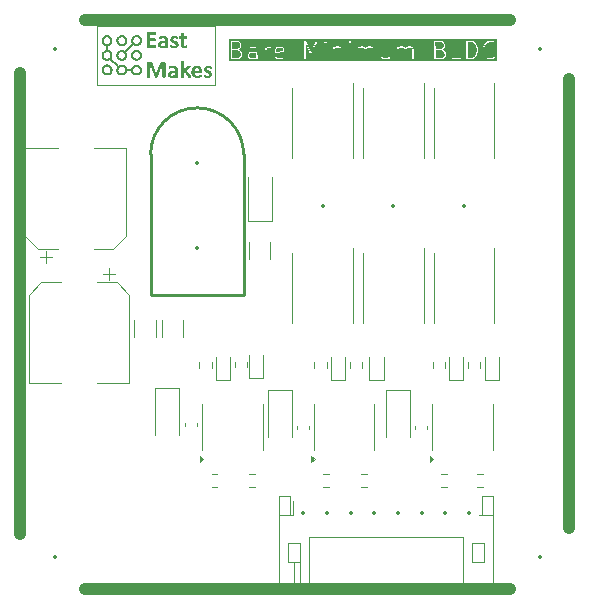
<source format=gbr>
%TF.GenerationSoftware,KiCad,Pcbnew,8.0.1*%
%TF.CreationDate,2024-09-08T16:24:45+01:00*%
%TF.ProjectId,BaselineRP2040MotorController,42617365-6c69-46e6-9552-50323034304d,rev?*%
%TF.SameCoordinates,Original*%
%TF.FileFunction,Legend,Top*%
%TF.FilePolarity,Positive*%
%FSLAX46Y46*%
G04 Gerber Fmt 4.6, Leading zero omitted, Abs format (unit mm)*
G04 Created by KiCad (PCBNEW 8.0.1) date 2024-09-08 16:24:45*
%MOMM*%
%LPD*%
G01*
G04 APERTURE LIST*
%ADD10C,0.100000*%
%ADD11C,1.000000*%
%ADD12C,0.187499*%
%ADD13C,0.049999*%
%ADD14C,0.000000*%
%ADD15C,0.254000*%
%ADD16C,0.120000*%
%ADD17C,0.350000*%
G04 APERTURE END LIST*
D10*
G36*
X57807120Y-55672948D02*
G01*
X58005429Y-55735645D01*
X58063857Y-55790485D01*
X58063925Y-55790732D01*
X58130159Y-55916441D01*
X58133274Y-56107540D01*
X58074094Y-56232479D01*
X58073291Y-56233016D01*
X58015103Y-56295010D01*
X58014857Y-56295078D01*
X57889245Y-56361260D01*
X57372814Y-56364589D01*
X57371086Y-55675160D01*
X57805415Y-55671976D01*
X57807120Y-55672948D01*
G37*
G36*
X57929897Y-55017209D02*
G01*
X57930434Y-55018012D01*
X57992428Y-55076200D01*
X57992496Y-55076446D01*
X58058770Y-55202229D01*
X58061592Y-55322362D01*
X58002665Y-55446764D01*
X58001861Y-55447302D01*
X57943673Y-55509296D01*
X57943428Y-55509364D01*
X57817807Y-55575551D01*
X57370845Y-55578828D01*
X57369297Y-54960888D01*
X57804264Y-54957699D01*
X57929897Y-55017209D01*
G37*
G36*
X59419016Y-56307940D02*
G01*
X59317780Y-56361280D01*
X58984237Y-56364653D01*
X58862029Y-56306767D01*
X58801378Y-56191654D01*
X58798556Y-56071522D01*
X58855964Y-55950325D01*
X58970939Y-55889747D01*
X59316219Y-55886255D01*
X59326476Y-55889674D01*
X59339830Y-55886016D01*
X59342065Y-55885994D01*
X59342876Y-55885182D01*
X59345292Y-55884521D01*
X59416835Y-55846825D01*
X59419016Y-56307940D01*
G37*
G36*
X61640976Y-55515690D02*
G01*
X61701627Y-55630801D01*
X61703889Y-55727104D01*
X61085007Y-55854160D01*
X61083655Y-55644250D01*
X61141677Y-55521755D01*
X61256677Y-55461163D01*
X61518951Y-55457888D01*
X61640976Y-55515690D01*
G37*
G36*
X75021406Y-55672948D02*
G01*
X75219715Y-55735645D01*
X75278143Y-55790485D01*
X75278211Y-55790732D01*
X75344445Y-55916441D01*
X75347560Y-56107540D01*
X75288380Y-56232479D01*
X75287577Y-56233016D01*
X75229389Y-56295010D01*
X75229143Y-56295078D01*
X75103531Y-56361260D01*
X74587100Y-56364589D01*
X74585372Y-55675160D01*
X75019701Y-55671976D01*
X75021406Y-55672948D01*
G37*
G36*
X75144183Y-55017209D02*
G01*
X75144720Y-55018012D01*
X75206714Y-55076200D01*
X75206782Y-55076446D01*
X75273056Y-55202229D01*
X75275878Y-55322362D01*
X75216951Y-55446764D01*
X75216147Y-55447302D01*
X75157959Y-55509296D01*
X75157714Y-55509364D01*
X75032093Y-55575551D01*
X74585131Y-55578828D01*
X74583583Y-54960888D01*
X75018550Y-54957699D01*
X75144183Y-55017209D01*
G37*
G36*
X77592835Y-54958662D02*
G01*
X77790993Y-55021312D01*
X77920737Y-55146668D01*
X77921068Y-55147875D01*
X77988483Y-55275824D01*
X77988711Y-55280498D01*
X78059507Y-55549755D01*
X78058646Y-55554085D01*
X78061882Y-55752554D01*
X78060139Y-55756244D01*
X77995828Y-56027431D01*
X77992497Y-56031724D01*
X77931237Y-56161050D01*
X77930434Y-56161587D01*
X77802522Y-56293978D01*
X77609990Y-56361495D01*
X77608646Y-56361228D01*
X77301385Y-56364335D01*
X77297869Y-54960759D01*
X77591306Y-54957790D01*
X77592835Y-54958662D01*
G37*
G36*
X79821507Y-56627895D02*
G01*
X57106264Y-56627895D01*
X57106264Y-54911228D01*
X57272931Y-54911228D01*
X57276737Y-56430362D01*
X57303797Y-56457422D01*
X57322931Y-56461228D01*
X57887369Y-56457590D01*
X57897904Y-56461102D01*
X57911290Y-56457436D01*
X57913494Y-56457422D01*
X57914305Y-56456610D01*
X57916721Y-56455949D01*
X58049493Y-56385994D01*
X58056351Y-56385994D01*
X58072572Y-56375155D01*
X58135497Y-56308112D01*
X58141406Y-56306143D01*
X58153367Y-56290732D01*
X58219229Y-56151686D01*
X58226268Y-56144648D01*
X58228949Y-56131165D01*
X58229948Y-56129058D01*
X58229585Y-56127970D01*
X58230074Y-56125514D01*
X58228909Y-56054085D01*
X58701503Y-56054085D01*
X58704724Y-56191199D01*
X58701629Y-56200486D01*
X58705253Y-56213721D01*
X58705309Y-56216076D01*
X58706120Y-56216887D01*
X58706782Y-56219302D01*
X58781075Y-56360309D01*
X58785159Y-56372560D01*
X58789169Y-56375672D01*
X58790171Y-56377573D01*
X58792707Y-56378418D01*
X58800571Y-56384521D01*
X58939616Y-56450383D01*
X58946655Y-56457422D01*
X58960137Y-56460103D01*
X58962245Y-56461102D01*
X58963332Y-56460739D01*
X58965789Y-56461228D01*
X59316219Y-56457683D01*
X59326475Y-56461102D01*
X59339829Y-56457444D01*
X59342065Y-56457422D01*
X59342876Y-56456610D01*
X59345291Y-56455949D01*
X59419531Y-56416833D01*
X59419595Y-56430362D01*
X59446655Y-56457422D01*
X59484923Y-56457422D01*
X59511983Y-56430362D01*
X59515789Y-56411228D01*
X59515437Y-56336932D01*
X59515663Y-56336256D01*
X59515432Y-56335794D01*
X59512773Y-55773494D01*
X59515663Y-55764826D01*
X59512704Y-55758908D01*
X59512107Y-55632637D01*
X59515663Y-55621969D01*
X59511993Y-55608569D01*
X59511983Y-55606380D01*
X59511171Y-55605568D01*
X59510510Y-55603153D01*
X59436215Y-55462145D01*
X59432132Y-55449897D01*
X59428121Y-55446783D01*
X59427120Y-55444884D01*
X59424583Y-55444038D01*
X59416721Y-55437936D01*
X59360338Y-55411228D01*
X60130074Y-55411228D01*
X60131120Y-55691453D01*
X60130200Y-55693397D01*
X60131138Y-55696212D01*
X60133880Y-56430362D01*
X60160940Y-56457422D01*
X60199208Y-56457422D01*
X60226268Y-56430362D01*
X60230074Y-56411228D01*
X60227468Y-55713658D01*
X60269221Y-55625514D01*
X60987217Y-55625514D01*
X60988987Y-55900295D01*
X60988168Y-55901525D01*
X60989023Y-55905801D01*
X60990854Y-56189951D01*
X60987343Y-56200486D01*
X60991008Y-56213871D01*
X60991023Y-56216076D01*
X60991834Y-56216887D01*
X60992496Y-56219302D01*
X61066789Y-56360309D01*
X61070873Y-56372560D01*
X61074883Y-56375672D01*
X61075885Y-56377573D01*
X61078421Y-56378418D01*
X61086285Y-56384521D01*
X61225330Y-56450383D01*
X61232369Y-56457422D01*
X61245851Y-56460103D01*
X61247959Y-56461102D01*
X61249046Y-56460739D01*
X61251503Y-56461228D01*
X61530682Y-56457742D01*
X61540761Y-56461102D01*
X61554096Y-56457450D01*
X61556351Y-56457422D01*
X61557162Y-56456610D01*
X61559578Y-56455949D01*
X61717847Y-56372560D01*
X61729948Y-56336255D01*
X61712835Y-56302027D01*
X61676530Y-56289926D01*
X61657714Y-56295078D01*
X61532042Y-56361292D01*
X61269768Y-56364567D01*
X61147743Y-56306767D01*
X61087184Y-56191828D01*
X61085640Y-55952328D01*
X61756675Y-55814565D01*
X61770637Y-55814565D01*
X61774243Y-55810958D01*
X61779325Y-55809915D01*
X61787401Y-55797800D01*
X61797697Y-55787505D01*
X61799156Y-55780169D01*
X61800553Y-55778074D01*
X61800061Y-55775617D01*
X61801503Y-55768371D01*
X61798281Y-55631256D01*
X61801377Y-55621969D01*
X61797752Y-55608733D01*
X61797697Y-55606380D01*
X61796885Y-55605568D01*
X61796224Y-55603153D01*
X61721929Y-55462145D01*
X61717846Y-55449897D01*
X61713835Y-55446783D01*
X61712834Y-55444884D01*
X61710297Y-55444038D01*
X61702435Y-55437936D01*
X61563389Y-55372072D01*
X61556351Y-55365034D01*
X61542869Y-55362352D01*
X61540762Y-55361354D01*
X61539673Y-55361716D01*
X61537217Y-55361228D01*
X61258037Y-55364713D01*
X61247958Y-55361354D01*
X61234623Y-55365005D01*
X61232369Y-55365034D01*
X61231557Y-55365845D01*
X61229142Y-55366507D01*
X61088137Y-55440800D01*
X61075885Y-55444884D01*
X61072771Y-55448896D01*
X61070872Y-55449897D01*
X61070026Y-55452432D01*
X61063924Y-55460296D01*
X60998061Y-55599341D01*
X60991023Y-55606380D01*
X60988341Y-55619862D01*
X60987343Y-55621970D01*
X60987705Y-55623057D01*
X60987217Y-55625514D01*
X60269221Y-55625514D01*
X60286054Y-55589978D01*
X60286858Y-55589441D01*
X60345047Y-55527445D01*
X60345293Y-55527378D01*
X60471076Y-55461103D01*
X60627780Y-55457422D01*
X60654840Y-55430362D01*
X60654840Y-55392094D01*
X60627780Y-55365034D01*
X60608646Y-55361228D01*
X60471531Y-55364449D01*
X60462244Y-55361354D01*
X60449008Y-55364978D01*
X60446655Y-55365034D01*
X60445843Y-55365845D01*
X60443428Y-55366507D01*
X60310656Y-55436463D01*
X60303798Y-55436463D01*
X60287577Y-55447302D01*
X60226716Y-55512142D01*
X60226268Y-55392094D01*
X60199208Y-55365034D01*
X60160940Y-55365034D01*
X60133880Y-55392094D01*
X60130074Y-55411228D01*
X59360338Y-55411228D01*
X59277675Y-55372072D01*
X59270637Y-55365034D01*
X59257155Y-55362352D01*
X59255048Y-55361354D01*
X59253959Y-55361716D01*
X59251503Y-55361228D01*
X58972323Y-55364713D01*
X58962244Y-55361354D01*
X58948909Y-55365005D01*
X58946655Y-55365034D01*
X58945843Y-55365845D01*
X58943428Y-55366507D01*
X58785158Y-55449897D01*
X58773057Y-55486202D01*
X58790171Y-55520430D01*
X58826476Y-55532531D01*
X58845292Y-55527378D01*
X58970963Y-55461163D01*
X59233237Y-55457888D01*
X59355262Y-55515690D01*
X59415813Y-55630611D01*
X59416320Y-55737932D01*
X59317779Y-55789852D01*
X58972501Y-55793344D01*
X58962245Y-55789926D01*
X58948887Y-55793583D01*
X58946655Y-55793606D01*
X58945844Y-55794416D01*
X58943429Y-55795078D01*
X58802426Y-55869370D01*
X58790171Y-55873455D01*
X58787056Y-55877468D01*
X58785159Y-55878468D01*
X58784314Y-55881001D01*
X58778210Y-55888867D01*
X58712347Y-56027912D01*
X58705309Y-56034951D01*
X58702627Y-56048433D01*
X58701629Y-56050541D01*
X58701991Y-56051628D01*
X58701503Y-56054085D01*
X58228909Y-56054085D01*
X58226681Y-55917482D01*
X58229948Y-55907684D01*
X58226305Y-55894380D01*
X58226268Y-55892094D01*
X58225457Y-55891283D01*
X58224796Y-55888868D01*
X58154840Y-55756095D01*
X58154840Y-55749237D01*
X58144001Y-55733016D01*
X58074092Y-55667400D01*
X58069977Y-55659169D01*
X58058125Y-55652413D01*
X58056351Y-55650748D01*
X58055203Y-55650748D01*
X58053028Y-55649508D01*
X57947783Y-55616233D01*
X57978064Y-55600279D01*
X57984923Y-55600279D01*
X58001144Y-55589440D01*
X58064068Y-55522399D01*
X58069977Y-55520430D01*
X58081938Y-55505018D01*
X58147801Y-55365972D01*
X58154840Y-55358934D01*
X58157521Y-55345452D01*
X58158520Y-55343345D01*
X58158157Y-55342256D01*
X58158646Y-55339800D01*
X58155424Y-55202684D01*
X58158520Y-55193397D01*
X58154895Y-55180161D01*
X58154840Y-55177808D01*
X58154028Y-55176996D01*
X58153367Y-55174581D01*
X58083411Y-55041808D01*
X58083411Y-55034950D01*
X58072572Y-55018729D01*
X58005530Y-54955804D01*
X58003561Y-54949897D01*
X57988150Y-54937936D01*
X57931767Y-54911228D01*
X63487216Y-54911228D01*
X63491022Y-56430362D01*
X63518082Y-56457422D01*
X63556350Y-56457422D01*
X63583410Y-56430362D01*
X63587216Y-56411228D01*
X63584001Y-55128096D01*
X63994749Y-56001046D01*
X64000342Y-56016426D01*
X64002448Y-56017409D01*
X64003447Y-56019531D01*
X64019519Y-56025375D01*
X64035020Y-56032609D01*
X64037216Y-56031810D01*
X64039412Y-56032609D01*
X64054912Y-56025375D01*
X64070985Y-56019531D01*
X64072832Y-56017012D01*
X64074090Y-56016426D01*
X64074902Y-56014190D01*
X64082525Y-56003801D01*
X64487759Y-55128214D01*
X64491022Y-56430362D01*
X64518082Y-56457422D01*
X64556350Y-56457422D01*
X64583410Y-56430362D01*
X64587216Y-56411228D01*
X64584710Y-55411228D01*
X65201502Y-55411228D01*
X65205308Y-56430362D01*
X65232368Y-56457422D01*
X65270636Y-56457422D01*
X65297696Y-56430362D01*
X65301502Y-56411228D01*
X65297767Y-55411228D01*
X65915788Y-55411228D01*
X65919594Y-56430362D01*
X65946654Y-56457422D01*
X65984922Y-56457422D01*
X66011982Y-56430362D01*
X66015788Y-56411228D01*
X66012673Y-55577156D01*
X66059332Y-55527445D01*
X66059578Y-55527378D01*
X66185287Y-55461142D01*
X66376386Y-55458027D01*
X66498119Y-55515690D01*
X66558670Y-55630611D01*
X66562452Y-56430362D01*
X66589512Y-56457422D01*
X66627780Y-56457422D01*
X66654840Y-56430362D01*
X66658646Y-56411228D01*
X66654964Y-55632637D01*
X66658520Y-55621969D01*
X66654850Y-55608569D01*
X66654840Y-55606380D01*
X66654028Y-55605568D01*
X66653367Y-55603153D01*
X66579072Y-55462145D01*
X66574989Y-55449897D01*
X66570978Y-55446783D01*
X66569977Y-55444884D01*
X66567440Y-55444038D01*
X66559578Y-55437936D01*
X66503195Y-55411228D01*
X67272931Y-55411228D01*
X67276737Y-56430362D01*
X67303797Y-56457422D01*
X67342065Y-56457422D01*
X67369125Y-56430362D01*
X67372931Y-56411228D01*
X67369196Y-55411228D01*
X67987217Y-55411228D01*
X67991023Y-56430362D01*
X68018083Y-56457422D01*
X68056351Y-56457422D01*
X68083411Y-56430362D01*
X68087217Y-56411228D01*
X68084102Y-55577156D01*
X68130761Y-55527445D01*
X68131007Y-55527378D01*
X68256716Y-55461142D01*
X68447815Y-55458027D01*
X68569548Y-55515690D01*
X68630099Y-55630611D01*
X68633881Y-56430362D01*
X68660941Y-56457422D01*
X68699209Y-56457422D01*
X68726269Y-56430362D01*
X68730075Y-56411228D01*
X68726448Y-55644385D01*
X68784535Y-55521755D01*
X68899573Y-55461142D01*
X69090672Y-55458027D01*
X69212405Y-55515690D01*
X69272956Y-55630611D01*
X69276738Y-56430362D01*
X69303798Y-56457422D01*
X69342066Y-56457422D01*
X69369126Y-56430362D01*
X69372932Y-56411228D01*
X69369250Y-55632637D01*
X69372806Y-55621969D01*
X69369136Y-55608569D01*
X69369126Y-55606380D01*
X69368314Y-55605568D01*
X69367653Y-55603153D01*
X69293358Y-55462145D01*
X69289275Y-55449897D01*
X69285264Y-55446783D01*
X69284263Y-55444884D01*
X69281726Y-55444038D01*
X69273864Y-55437936D01*
X69217481Y-55411228D01*
X69987217Y-55411228D01*
X69990898Y-56189818D01*
X69987343Y-56200487D01*
X69991012Y-56213886D01*
X69991023Y-56216076D01*
X69991834Y-56216887D01*
X69992496Y-56219303D01*
X70066789Y-56360307D01*
X70070874Y-56372560D01*
X70074885Y-56375673D01*
X70075886Y-56377572D01*
X70078419Y-56378416D01*
X70086285Y-56384521D01*
X70225330Y-56450383D01*
X70232369Y-56457422D01*
X70245851Y-56460103D01*
X70247959Y-56461102D01*
X70249046Y-56460739D01*
X70251503Y-56461228D01*
X70459535Y-56457835D01*
X70469333Y-56461102D01*
X70482634Y-56457459D01*
X70484923Y-56457422D01*
X70485734Y-56456610D01*
X70488150Y-56455949D01*
X70620922Y-56385994D01*
X70627780Y-56385994D01*
X70633700Y-56382037D01*
X70633881Y-56430362D01*
X70660941Y-56457422D01*
X70699209Y-56457422D01*
X70726269Y-56430362D01*
X70730075Y-56411228D01*
X70726340Y-55411228D01*
X71344360Y-55411228D01*
X71348166Y-56430362D01*
X71375226Y-56457422D01*
X71413494Y-56457422D01*
X71440554Y-56430362D01*
X71444360Y-56411228D01*
X71441245Y-55577156D01*
X71487904Y-55527445D01*
X71488150Y-55527378D01*
X71613859Y-55461142D01*
X71804958Y-55458027D01*
X71926691Y-55515690D01*
X71987242Y-55630611D01*
X71991024Y-56430362D01*
X72018084Y-56457422D01*
X72056352Y-56457422D01*
X72083412Y-56430362D01*
X72087218Y-56411228D01*
X72083591Y-55644385D01*
X72141678Y-55521755D01*
X72256716Y-55461142D01*
X72447815Y-55458027D01*
X72569548Y-55515690D01*
X72630099Y-55630611D01*
X72633881Y-56430362D01*
X72660941Y-56457422D01*
X72699209Y-56457422D01*
X72726269Y-56430362D01*
X72730075Y-56411228D01*
X72726393Y-55632637D01*
X72729949Y-55621969D01*
X72726279Y-55608569D01*
X72726269Y-55606380D01*
X72725457Y-55605568D01*
X72724796Y-55603153D01*
X72650501Y-55462145D01*
X72646418Y-55449897D01*
X72642407Y-55446783D01*
X72641406Y-55444884D01*
X72638869Y-55444038D01*
X72631007Y-55437936D01*
X72491961Y-55372072D01*
X72484923Y-55365034D01*
X72471441Y-55362352D01*
X72469334Y-55361354D01*
X72468245Y-55361716D01*
X72465789Y-55361228D01*
X72257756Y-55364620D01*
X72247958Y-55361354D01*
X72234656Y-55364996D01*
X72232369Y-55365034D01*
X72231557Y-55365845D01*
X72229142Y-55366507D01*
X72088138Y-55440800D01*
X72075886Y-55444884D01*
X72072772Y-55448896D01*
X72070873Y-55449897D01*
X72070027Y-55452432D01*
X72063925Y-55460296D01*
X72036819Y-55517519D01*
X72007644Y-55462145D01*
X72003561Y-55449897D01*
X71999550Y-55446783D01*
X71998549Y-55444884D01*
X71996012Y-55444038D01*
X71988150Y-55437936D01*
X71849104Y-55372072D01*
X71842066Y-55365034D01*
X71828584Y-55362352D01*
X71826477Y-55361354D01*
X71825388Y-55361716D01*
X71822932Y-55361228D01*
X71614899Y-55364620D01*
X71605101Y-55361354D01*
X71591799Y-55364996D01*
X71589512Y-55365034D01*
X71588700Y-55365845D01*
X71586285Y-55366507D01*
X71453513Y-55436463D01*
X71446655Y-55436463D01*
X71440734Y-55440419D01*
X71440554Y-55392094D01*
X71413494Y-55365034D01*
X71375226Y-55365034D01*
X71348166Y-55392094D01*
X71344360Y-55411228D01*
X70726340Y-55411228D01*
X70726269Y-55392094D01*
X70699209Y-55365034D01*
X70660941Y-55365034D01*
X70633881Y-55392094D01*
X70630075Y-55411228D01*
X70633189Y-56245300D01*
X70586532Y-56295010D01*
X70586286Y-56295078D01*
X70460576Y-56361312D01*
X70269476Y-56364428D01*
X70147744Y-56306767D01*
X70087192Y-56191843D01*
X70083411Y-55392094D01*
X70056351Y-55365034D01*
X70018083Y-55365034D01*
X69991023Y-55392094D01*
X69987217Y-55411228D01*
X69217481Y-55411228D01*
X69134818Y-55372072D01*
X69127780Y-55365034D01*
X69114298Y-55362352D01*
X69112191Y-55361354D01*
X69111102Y-55361716D01*
X69108646Y-55361228D01*
X68900613Y-55364620D01*
X68890815Y-55361354D01*
X68877513Y-55364996D01*
X68875226Y-55365034D01*
X68874414Y-55365845D01*
X68871999Y-55366507D01*
X68730995Y-55440800D01*
X68718743Y-55444884D01*
X68715629Y-55448896D01*
X68713730Y-55449897D01*
X68712884Y-55452432D01*
X68706782Y-55460296D01*
X68679676Y-55517519D01*
X68650501Y-55462145D01*
X68646418Y-55449897D01*
X68642407Y-55446783D01*
X68641406Y-55444884D01*
X68638869Y-55444038D01*
X68631007Y-55437936D01*
X68491961Y-55372072D01*
X68484923Y-55365034D01*
X68471441Y-55362352D01*
X68469334Y-55361354D01*
X68468245Y-55361716D01*
X68465789Y-55361228D01*
X68257756Y-55364620D01*
X68247958Y-55361354D01*
X68234656Y-55364996D01*
X68232369Y-55365034D01*
X68231557Y-55365845D01*
X68229142Y-55366507D01*
X68096370Y-55436463D01*
X68089512Y-55436463D01*
X68083591Y-55440419D01*
X68083411Y-55392094D01*
X68056351Y-55365034D01*
X68018083Y-55365034D01*
X67991023Y-55392094D01*
X67987217Y-55411228D01*
X67369196Y-55411228D01*
X67369125Y-55392094D01*
X67342065Y-55365034D01*
X67303797Y-55365034D01*
X67276737Y-55392094D01*
X67272931Y-55411228D01*
X66503195Y-55411228D01*
X66420532Y-55372072D01*
X66413494Y-55365034D01*
X66400012Y-55362352D01*
X66397905Y-55361354D01*
X66396816Y-55361716D01*
X66394360Y-55361228D01*
X66186327Y-55364620D01*
X66176529Y-55361354D01*
X66163227Y-55364996D01*
X66160940Y-55365034D01*
X66160128Y-55365845D01*
X66157713Y-55366507D01*
X66024941Y-55436463D01*
X66018083Y-55436463D01*
X66012162Y-55440419D01*
X66011982Y-55392094D01*
X65984922Y-55365034D01*
X65946654Y-55365034D01*
X65919594Y-55392094D01*
X65915788Y-55411228D01*
X65297767Y-55411228D01*
X65297696Y-55392094D01*
X65270636Y-55365034D01*
X65232368Y-55365034D01*
X65205308Y-55392094D01*
X65201502Y-55411228D01*
X64584710Y-55411228D01*
X64583684Y-55001792D01*
X65133880Y-55001792D01*
X65133882Y-55001794D01*
X65144719Y-55018012D01*
X65232367Y-55100279D01*
X65232368Y-55100279D01*
X65270636Y-55100279D01*
X65286857Y-55089441D01*
X65369125Y-55001792D01*
X67205309Y-55001792D01*
X67205311Y-55001794D01*
X67216148Y-55018012D01*
X67303796Y-55100279D01*
X67303797Y-55100279D01*
X67342065Y-55100279D01*
X67358286Y-55089441D01*
X67440554Y-55001792D01*
X67440554Y-54963523D01*
X67429715Y-54947302D01*
X67391281Y-54911228D01*
X74487217Y-54911228D01*
X74491023Y-56430362D01*
X74518083Y-56457422D01*
X74537217Y-56461228D01*
X75101655Y-56457590D01*
X75112190Y-56461102D01*
X75125576Y-56457436D01*
X75127780Y-56457422D01*
X75128591Y-56456610D01*
X75131007Y-56455949D01*
X75263779Y-56385994D01*
X75270637Y-56385994D01*
X75286858Y-56375155D01*
X75349783Y-56308112D01*
X75355692Y-56306143D01*
X75367653Y-56290732D01*
X75433515Y-56151686D01*
X75440554Y-56144648D01*
X75443235Y-56131165D01*
X75444234Y-56129058D01*
X75443871Y-56127970D01*
X75444360Y-56125514D01*
X75440967Y-55917482D01*
X75444234Y-55907684D01*
X75440591Y-55894380D01*
X75440554Y-55892094D01*
X75439743Y-55891283D01*
X75439082Y-55888868D01*
X75369126Y-55756095D01*
X75369126Y-55749237D01*
X75358287Y-55733016D01*
X75288378Y-55667400D01*
X75284263Y-55659169D01*
X75272411Y-55652413D01*
X75270637Y-55650748D01*
X75269489Y-55650748D01*
X75267314Y-55649508D01*
X75162069Y-55616233D01*
X75192350Y-55600279D01*
X75199209Y-55600279D01*
X75215430Y-55589440D01*
X75278354Y-55522399D01*
X75284263Y-55520430D01*
X75296224Y-55505018D01*
X75362087Y-55365972D01*
X75369126Y-55358934D01*
X75371807Y-55345452D01*
X75372806Y-55343345D01*
X75372443Y-55342256D01*
X75372932Y-55339800D01*
X75369710Y-55202684D01*
X75372806Y-55193397D01*
X75369181Y-55180161D01*
X75369126Y-55177808D01*
X75368314Y-55176996D01*
X75367653Y-55174581D01*
X75297697Y-55041808D01*
X75297697Y-55034950D01*
X75286858Y-55018729D01*
X75219816Y-54955804D01*
X75217847Y-54949897D01*
X75202436Y-54937936D01*
X75146053Y-54911228D01*
X75987217Y-54911228D01*
X75991023Y-56430362D01*
X76018083Y-56457422D01*
X76037217Y-56461228D01*
X76770637Y-56457422D01*
X76797697Y-56430362D01*
X76797697Y-56392094D01*
X76770637Y-56365034D01*
X76751503Y-56361228D01*
X76087100Y-56364675D01*
X76083459Y-54911228D01*
X77201503Y-54911228D01*
X77205309Y-56430362D01*
X77232369Y-56457422D01*
X77251503Y-56461228D01*
X77598337Y-56457719D01*
X77605102Y-56461102D01*
X77624457Y-56458662D01*
X77831679Y-56385994D01*
X77842066Y-56385994D01*
X77853537Y-56378328D01*
X77855692Y-56377573D01*
X77856205Y-56376545D01*
X77858287Y-56375155D01*
X77991801Y-56236963D01*
X77998549Y-56234715D01*
X78010510Y-56219303D01*
X78073591Y-56086131D01*
X78077392Y-56083851D01*
X78085725Y-56066212D01*
X78150879Y-55791465D01*
X78154840Y-55787505D01*
X78158646Y-55768371D01*
X78155346Y-55566034D01*
X78158101Y-55561444D01*
X78157743Y-55554085D01*
X78630075Y-55554085D01*
X78633374Y-55756421D01*
X78630620Y-55761012D01*
X78631568Y-55780498D01*
X78703197Y-56052924D01*
X78701629Y-56057630D01*
X78706782Y-56076446D01*
X78776738Y-56209217D01*
X78776738Y-56216076D01*
X78787577Y-56232297D01*
X78928440Y-56368395D01*
X78933029Y-56377573D01*
X78945003Y-56384398D01*
X78946655Y-56385994D01*
X78947803Y-56385994D01*
X78949978Y-56387234D01*
X79155837Y-56452318D01*
X79160941Y-56457422D01*
X79180075Y-56461228D01*
X79313375Y-56458096D01*
X79319388Y-56461102D01*
X79338743Y-56458662D01*
X79545965Y-56385994D01*
X79556353Y-56385994D01*
X79567825Y-56378327D01*
X79569978Y-56377573D01*
X79570491Y-56376546D01*
X79572574Y-56375155D01*
X79654840Y-56287505D01*
X79654840Y-56249236D01*
X79627780Y-56222177D01*
X79589511Y-56222177D01*
X79573290Y-56233016D01*
X79515710Y-56294363D01*
X79324276Y-56361495D01*
X79322932Y-56361228D01*
X79196591Y-56364196D01*
X79195886Y-56363794D01*
X78997727Y-56301144D01*
X78867983Y-56175789D01*
X78867653Y-56174581D01*
X78800237Y-56046630D01*
X78800010Y-56041958D01*
X78729213Y-55772700D01*
X78730075Y-55768371D01*
X78726838Y-55569901D01*
X78728582Y-55566212D01*
X78792891Y-55295025D01*
X78796224Y-55290732D01*
X78857483Y-55161405D01*
X78858287Y-55160869D01*
X78986199Y-55028477D01*
X79178731Y-54960960D01*
X79180075Y-54961228D01*
X79306415Y-54958259D01*
X79307121Y-54958662D01*
X79505430Y-55021360D01*
X79589511Y-55100279D01*
X79627780Y-55100279D01*
X79654840Y-55073219D01*
X79654840Y-55034950D01*
X79644001Y-55018729D01*
X79574093Y-54953114D01*
X79569978Y-54944884D01*
X79558126Y-54938128D01*
X79556352Y-54936463D01*
X79555204Y-54936463D01*
X79553029Y-54935223D01*
X79347169Y-54870137D01*
X79342066Y-54865034D01*
X79322932Y-54861228D01*
X79189630Y-54864359D01*
X79183619Y-54861354D01*
X79164263Y-54863794D01*
X78957042Y-54936463D01*
X78946654Y-54936463D01*
X78935181Y-54944129D01*
X78933029Y-54944884D01*
X78932515Y-54945910D01*
X78930433Y-54947302D01*
X78796917Y-55085493D01*
X78790172Y-55087742D01*
X78778211Y-55103153D01*
X78715129Y-55236324D01*
X78711329Y-55238605D01*
X78702996Y-55256244D01*
X78637841Y-55530990D01*
X78633881Y-55534951D01*
X78630075Y-55554085D01*
X78157743Y-55554085D01*
X78157153Y-55541958D01*
X78085523Y-55269531D01*
X78087092Y-55264826D01*
X78081939Y-55246010D01*
X78011983Y-55113237D01*
X78011983Y-55106379D01*
X78001144Y-55090158D01*
X77860280Y-54954061D01*
X77855692Y-54944884D01*
X77843717Y-54938058D01*
X77842066Y-54936463D01*
X77840918Y-54936463D01*
X77838743Y-54935223D01*
X77632883Y-54870137D01*
X77627780Y-54865034D01*
X77608646Y-54861228D01*
X77232369Y-54865034D01*
X77205309Y-54892094D01*
X77201503Y-54911228D01*
X76083459Y-54911228D01*
X76083411Y-54892094D01*
X76056351Y-54865034D01*
X76018083Y-54865034D01*
X75991023Y-54892094D01*
X75987217Y-54911228D01*
X75146053Y-54911228D01*
X75063388Y-54872071D01*
X75056351Y-54865034D01*
X75042869Y-54862352D01*
X75040762Y-54861354D01*
X75039673Y-54861716D01*
X75037217Y-54861228D01*
X74518083Y-54865034D01*
X74491023Y-54892094D01*
X74487217Y-54911228D01*
X67391281Y-54911228D01*
X67342065Y-54865034D01*
X67303796Y-54865034D01*
X67287575Y-54875873D01*
X67205309Y-54963523D01*
X67205309Y-55001792D01*
X65369125Y-55001792D01*
X65369125Y-54963523D01*
X65358286Y-54947302D01*
X65270636Y-54865034D01*
X65232367Y-54865034D01*
X65216146Y-54875873D01*
X65133880Y-54963523D01*
X65133880Y-55001792D01*
X64583684Y-55001792D01*
X64583483Y-54921385D01*
X64587168Y-54913424D01*
X64583437Y-54903165D01*
X64583410Y-54892094D01*
X64577127Y-54885811D01*
X64574090Y-54877459D01*
X64564124Y-54872808D01*
X64556350Y-54865034D01*
X64547465Y-54865034D01*
X64539412Y-54861276D01*
X64529077Y-54865034D01*
X64518082Y-54865034D01*
X64511799Y-54871316D01*
X64503447Y-54874354D01*
X64491907Y-54890083D01*
X64038921Y-55868844D01*
X63583431Y-54900806D01*
X63583410Y-54892094D01*
X63575708Y-54884392D01*
X63570985Y-54874354D01*
X63562632Y-54871316D01*
X63556350Y-54865034D01*
X63545355Y-54865034D01*
X63535020Y-54861276D01*
X63526967Y-54865034D01*
X63518082Y-54865034D01*
X63510307Y-54872808D01*
X63500342Y-54877459D01*
X63497304Y-54885811D01*
X63491022Y-54892094D01*
X63487216Y-54911228D01*
X57931767Y-54911228D01*
X57849102Y-54872071D01*
X57842065Y-54865034D01*
X57828583Y-54862352D01*
X57826476Y-54861354D01*
X57825387Y-54861716D01*
X57822931Y-54861228D01*
X57303797Y-54865034D01*
X57276737Y-54892094D01*
X57272931Y-54911228D01*
X57106264Y-54911228D01*
X57106264Y-54694561D01*
X79821507Y-54694561D01*
X79821507Y-56627895D01*
G37*
D11*
X39400000Y-96600000D02*
X39400000Y-57600000D01*
X85900000Y-58100000D02*
X85900000Y-96100000D01*
X80900000Y-101260000D02*
X44900000Y-101260000D01*
X44900000Y-53100000D02*
X80900000Y-53100000D01*
D12*
%TO.C,REF\u002A\u002A*%
X46775000Y-55725000D02*
X46775000Y-55225000D01*
X47725001Y-57049997D02*
X47013535Y-56389369D01*
X48900000Y-57350000D02*
X48400000Y-57350000D01*
X48999998Y-55125002D02*
X48350001Y-55775003D01*
D13*
X45900000Y-53600000D02*
X55899998Y-53600000D01*
X55899998Y-58600000D01*
X45900000Y-58600000D01*
X45900000Y-53600000D01*
D14*
G36*
X50932848Y-54143648D02*
G01*
X50945300Y-54161600D01*
X50953001Y-54194551D01*
X50955550Y-54245104D01*
X50953001Y-54293848D01*
X50945300Y-54326097D01*
X50932848Y-54344049D01*
X50916350Y-54349550D01*
X50440100Y-54349550D01*
X50440100Y-54677797D01*
X50843100Y-54677797D01*
X50860300Y-54683649D01*
X50873148Y-54701601D01*
X50880850Y-54733850D01*
X50883398Y-54783648D01*
X50880850Y-54834253D01*
X50873148Y-54866098D01*
X50860300Y-54883699D01*
X50843100Y-54888803D01*
X50440100Y-54888803D01*
X50440100Y-55263948D01*
X50920401Y-55263948D01*
X50937601Y-55269854D01*
X50950449Y-55287798D01*
X50958151Y-55320047D01*
X50960699Y-55369501D01*
X50958151Y-55419298D01*
X50950449Y-55451548D01*
X50937601Y-55469500D01*
X50920401Y-55475000D01*
X50250700Y-55475000D01*
X50193549Y-55454851D01*
X50170451Y-55389254D01*
X50170451Y-54224253D01*
X50193549Y-54158648D01*
X50250700Y-54138498D01*
X50916350Y-54138498D01*
X50932848Y-54143648D01*
G37*
G36*
X53218249Y-56568003D02*
G01*
X53257798Y-56576799D01*
X53279047Y-56590754D01*
X53285298Y-56609049D01*
X53285298Y-57415400D01*
X53557497Y-57055651D01*
X53575798Y-57034403D01*
X53603299Y-57020449D01*
X53645398Y-57012804D01*
X53709898Y-57010202D01*
X53773999Y-57012804D01*
X53816147Y-57020449D01*
X53838498Y-57032953D01*
X53844698Y-57051599D01*
X53836998Y-57084200D01*
X53813948Y-57120501D01*
X53545048Y-57420549D01*
X53856049Y-57893503D01*
X53873999Y-57928698D01*
X53879898Y-57955454D01*
X53873999Y-57973398D01*
X53853499Y-57985453D01*
X53812848Y-57992449D01*
X53745798Y-57994997D01*
X53677298Y-57993151D01*
X53633698Y-57986551D01*
X53607699Y-57973749D01*
X53591198Y-57952501D01*
X53285298Y-57476252D01*
X53285298Y-57954348D01*
X53279047Y-57972300D01*
X53257798Y-57985102D01*
X53218249Y-57992449D01*
X53155198Y-57994997D01*
X53092198Y-57992449D01*
X53052649Y-57984751D01*
X53031748Y-57971903D01*
X53025498Y-57953951D01*
X53025498Y-56608698D01*
X53031748Y-56590349D01*
X53052649Y-56576448D01*
X53092198Y-56568003D01*
X53155198Y-56564699D01*
X53218249Y-56568003D01*
G37*
G36*
X50524500Y-56664797D02*
G01*
X50530951Y-56666201D01*
X50589548Y-56691851D01*
X50630949Y-56739099D01*
X50659151Y-56808947D01*
X50659899Y-56811647D01*
X50948248Y-57604448D01*
X50952250Y-57604448D01*
X51251200Y-56813852D01*
X51278551Y-56744699D01*
X51280550Y-56740953D01*
X51317549Y-56692553D01*
X51367751Y-56666201D01*
X51434752Y-56658503D01*
X51616850Y-56658503D01*
X51664851Y-56665850D01*
X51697798Y-56686701D01*
X51717249Y-56720797D01*
X51724200Y-56766603D01*
X51724200Y-57951754D01*
X51718352Y-57970453D01*
X51697798Y-57983652D01*
X51658251Y-57992052D01*
X51595599Y-57994997D01*
X51533301Y-57992052D01*
X51494501Y-57983652D01*
X51473952Y-57970453D01*
X51467749Y-57951754D01*
X51467749Y-56869547D01*
X51465552Y-56869547D01*
X51079050Y-57950647D01*
X51065501Y-57973001D01*
X51040202Y-57986948D01*
X50999548Y-57993547D01*
X50940199Y-57994997D01*
X50880099Y-57992449D01*
X50839449Y-57984354D01*
X50814150Y-57970453D01*
X50802050Y-57950647D01*
X50429099Y-56869547D01*
X50426901Y-56869547D01*
X50426901Y-57951754D01*
X50421049Y-57970453D01*
X50400149Y-57983652D01*
X50360602Y-57992052D01*
X50298300Y-57994997D01*
X50236048Y-57992052D01*
X50196452Y-57983652D01*
X50175951Y-57970453D01*
X50170451Y-57951754D01*
X50170451Y-56766603D01*
X50190249Y-56695650D01*
X50198302Y-56686350D01*
X50266600Y-56658602D01*
X50272299Y-56658503D01*
X50449599Y-56658503D01*
X50524500Y-56664797D01*
G37*
G36*
X53236899Y-54235201D02*
G01*
X53276497Y-54243647D01*
X53297348Y-54257952D01*
X53303599Y-54277353D01*
X53303599Y-54490198D01*
X53503647Y-54490198D01*
X53521597Y-54495348D01*
X53534398Y-54512552D01*
X53542097Y-54545153D01*
X53544648Y-54595751D01*
X53536799Y-54670397D01*
X53534398Y-54677050D01*
X53504347Y-54701250D01*
X53303599Y-54701250D01*
X53303599Y-55136103D01*
X53310997Y-55209200D01*
X53327048Y-55249697D01*
X53393547Y-55286501D01*
X53411648Y-55287401D01*
X53448649Y-55283747D01*
X53477997Y-55275698D01*
X53499949Y-55267252D01*
X53515698Y-55263597D01*
X53527449Y-55267252D01*
X53536248Y-55281954D01*
X53542097Y-55310503D01*
X53544648Y-55356302D01*
X53538798Y-55424051D01*
X53523798Y-55457048D01*
X53496647Y-55474253D01*
X53454548Y-55487101D01*
X53401799Y-55495501D01*
X53344649Y-55498453D01*
X53268298Y-55492853D01*
X53210549Y-55478647D01*
X53144848Y-55444201D01*
X53117098Y-55418947D01*
X53076899Y-55356600D01*
X53062548Y-55316751D01*
X53048798Y-55244654D01*
X53044949Y-55170549D01*
X53044949Y-54701250D01*
X52935048Y-54701250D01*
X52904997Y-54677050D01*
X52894751Y-54602701D01*
X52894751Y-54595751D01*
X52897299Y-54545153D01*
X52904997Y-54512552D01*
X52917797Y-54495348D01*
X52935748Y-54490198D01*
X53044949Y-54490198D01*
X53044949Y-54277353D01*
X53050448Y-54257952D01*
X53071299Y-54243647D01*
X53111248Y-54235201D01*
X53173897Y-54232302D01*
X53236899Y-54235201D01*
G37*
G36*
X54465948Y-56990801D02*
G01*
X54539097Y-57004351D01*
X54587698Y-57020853D01*
X54653849Y-57055704D01*
X54712048Y-57104250D01*
X54722147Y-57115351D01*
X54765398Y-57176950D01*
X54796297Y-57248354D01*
X54799448Y-57258600D01*
X54816498Y-57333803D01*
X54823748Y-57408503D01*
X54824349Y-57438501D01*
X54824349Y-57479898D01*
X54803097Y-57550249D01*
X54744849Y-57572954D01*
X54185448Y-57572954D01*
X54191998Y-57649050D01*
X54199349Y-57680300D01*
X54231148Y-57746553D01*
X54243699Y-57762003D01*
X54304697Y-57806101D01*
X54322098Y-57813303D01*
X54396899Y-57829149D01*
X54436749Y-57830851D01*
X54511748Y-57826998D01*
X54556199Y-57819902D01*
X54628397Y-57801348D01*
X54645598Y-57795702D01*
X54707848Y-57771502D01*
X54748148Y-57760553D01*
X54763548Y-57764200D01*
X54773798Y-57776651D01*
X54779698Y-57802301D01*
X54781147Y-57843698D01*
X54780049Y-57881449D01*
X54776749Y-57908152D01*
X54770897Y-57926851D01*
X54759898Y-57941149D01*
X54723248Y-57961298D01*
X54652798Y-57985697D01*
X54647047Y-57987299D01*
X54573498Y-58003504D01*
X54540799Y-58008898D01*
X54467049Y-58016848D01*
X54413298Y-58018450D01*
X54339548Y-58015451D01*
X54265297Y-58005198D01*
X54198248Y-57987650D01*
X54128498Y-57957453D01*
X54064448Y-57913301D01*
X54044398Y-57894602D01*
X53996249Y-57833551D01*
X53962347Y-57765703D01*
X53952048Y-57736704D01*
X53933548Y-57660402D01*
X53924048Y-57582399D01*
X53921648Y-57512850D01*
X53924748Y-57438997D01*
X53928988Y-57408800D01*
X54185448Y-57408800D01*
X54573048Y-57408800D01*
X54568247Y-57333300D01*
X54544897Y-57262003D01*
X54529099Y-57237001D01*
X54469448Y-57189997D01*
X54396399Y-57174601D01*
X54384348Y-57174349D01*
X54310048Y-57187647D01*
X54298249Y-57193048D01*
X54240548Y-57238947D01*
X54237448Y-57242853D01*
X54202948Y-57309298D01*
X54200447Y-57317247D01*
X54186648Y-57390749D01*
X54185448Y-57408800D01*
X53928988Y-57408800D01*
X53935398Y-57363153D01*
X53953497Y-57293047D01*
X53981497Y-57223650D01*
X54020998Y-57157953D01*
X54046198Y-57126703D01*
X54099999Y-57076647D01*
X54162447Y-57037249D01*
X54194249Y-57022654D01*
X54268698Y-56999399D01*
X54343897Y-56988497D01*
X54384348Y-56987001D01*
X54390599Y-56986750D01*
X54465948Y-56990801D01*
G37*
G36*
X51605200Y-54469698D02*
G01*
X51678198Y-54479502D01*
X51713202Y-54487650D01*
X51783251Y-54514200D01*
X51839602Y-54552149D01*
X51886801Y-54608652D01*
X51911799Y-54663500D01*
X51928801Y-54738047D01*
X51934401Y-54813799D01*
X51934500Y-54825449D01*
X51934500Y-55437250D01*
X51924250Y-55460001D01*
X51891650Y-55471697D01*
X51826399Y-55475000D01*
X51758650Y-55471354D01*
X51728949Y-55459597D01*
X51720148Y-55436899D01*
X51720148Y-55363604D01*
X51663451Y-55415400D01*
X51599848Y-55456751D01*
X51590849Y-55461451D01*
X51519301Y-55488001D01*
X51446101Y-55498102D01*
X51429652Y-55498453D01*
X51355200Y-55493052D01*
X51295199Y-55479403D01*
X51225001Y-55448450D01*
X51188952Y-55422998D01*
X51138800Y-55366198D01*
X51119349Y-55330301D01*
X51098849Y-55257853D01*
X51094801Y-55200953D01*
X51095838Y-55191050D01*
X51348299Y-55191050D01*
X51368899Y-55261400D01*
X51384951Y-55279001D01*
X51452200Y-55308352D01*
X51486449Y-55310854D01*
X51560351Y-55297052D01*
X51586798Y-55284098D01*
X51647551Y-55237802D01*
X51679850Y-55205004D01*
X51679850Y-55052950D01*
X51580950Y-55052950D01*
X51506602Y-55056902D01*
X51473952Y-55062098D01*
X51403551Y-55087748D01*
X51401801Y-55088854D01*
X51361151Y-55132448D01*
X51348299Y-55191050D01*
X51095838Y-55191050D01*
X51102648Y-55126047D01*
X51126299Y-55061747D01*
X51171450Y-55001848D01*
X51220099Y-54964304D01*
X51289950Y-54930849D01*
X51363600Y-54909853D01*
X51375052Y-54907503D01*
X51448752Y-54896097D01*
X51523650Y-54890299D01*
X51580950Y-54889002D01*
X51590102Y-54888803D01*
X51679850Y-54888803D01*
X51679850Y-54831652D01*
X51672148Y-54757853D01*
X51671099Y-54753649D01*
X51642149Y-54697954D01*
X51588648Y-54664949D01*
X51515002Y-54654451D01*
X51505850Y-54654352D01*
X51430251Y-54660051D01*
X51390051Y-54669001D01*
X51320300Y-54692652D01*
X51299948Y-54701250D01*
X51234351Y-54733500D01*
X51191851Y-54748148D01*
X51171702Y-54740801D01*
X51157050Y-54719202D01*
X51148249Y-54685099D01*
X51145350Y-54640047D01*
X51150450Y-54587648D01*
X51169901Y-54552851D01*
X51220450Y-54522448D01*
X51290251Y-54499300D01*
X51305102Y-54495348D01*
X51379149Y-54479547D01*
X51410601Y-54474848D01*
X51487200Y-54467699D01*
X51528551Y-54466753D01*
X51605200Y-54469698D01*
G37*
G36*
X52443449Y-56989702D02*
G01*
X52516451Y-56999498D01*
X52551451Y-57007654D01*
X52621500Y-57034197D01*
X52677851Y-57072153D01*
X52725001Y-57128649D01*
X52749998Y-57183504D01*
X52767050Y-57258051D01*
X52772650Y-57333803D01*
X52772749Y-57345453D01*
X52772749Y-57957247D01*
X52762450Y-57979998D01*
X52729849Y-57991701D01*
X52664648Y-57994997D01*
X52596899Y-57991350D01*
X52567198Y-57979601D01*
X52558401Y-57956903D01*
X52558401Y-57883654D01*
X52501700Y-57935404D01*
X52438101Y-57976748D01*
X52429099Y-57981447D01*
X52357550Y-58007998D01*
X52284350Y-58018099D01*
X52267901Y-58018450D01*
X52193449Y-58013048D01*
X52133452Y-57999399D01*
X52063250Y-57968447D01*
X52027201Y-57943003D01*
X51977049Y-57886202D01*
X51957549Y-57850298D01*
X51937102Y-57777849D01*
X51933051Y-57720949D01*
X51934088Y-57711054D01*
X52186549Y-57711054D01*
X52207152Y-57781397D01*
X52223200Y-57798998D01*
X52290400Y-57828348D01*
X52324648Y-57830851D01*
X52398600Y-57817049D01*
X52425051Y-57804102D01*
X52485800Y-57757799D01*
X52518099Y-57725000D01*
X52518099Y-57572954D01*
X52419199Y-57572954D01*
X52344851Y-57576899D01*
X52312201Y-57582102D01*
X52241801Y-57607752D01*
X52240050Y-57608850D01*
X52199351Y-57652452D01*
X52186549Y-57711054D01*
X51934088Y-57711054D01*
X51940901Y-57646051D01*
X51964548Y-57581751D01*
X52009699Y-57521852D01*
X52058298Y-57484301D01*
X52128199Y-57450853D01*
X52201849Y-57429850D01*
X52213301Y-57427500D01*
X52287001Y-57416101D01*
X52361849Y-57410303D01*
X52419199Y-57408998D01*
X52428351Y-57408800D01*
X52518099Y-57408800D01*
X52518099Y-57351648D01*
X52510401Y-57277849D01*
X52509299Y-57273653D01*
X52480349Y-57217951D01*
X52426901Y-57184954D01*
X52353201Y-57174448D01*
X52344099Y-57174349D01*
X52268450Y-57180048D01*
X52228300Y-57188997D01*
X52158499Y-57212648D01*
X52138201Y-57221247D01*
X52072600Y-57253504D01*
X52030100Y-57268152D01*
X52009951Y-57260797D01*
X51995299Y-57239199D01*
X51986498Y-57205103D01*
X51983599Y-57160051D01*
X51988699Y-57107653D01*
X52008150Y-57072847D01*
X52058699Y-57042452D01*
X52128500Y-57019297D01*
X52143301Y-57015352D01*
X52217402Y-56999552D01*
X52248850Y-56994852D01*
X52325400Y-56987703D01*
X52366801Y-56986750D01*
X52443449Y-56989702D01*
G37*
G36*
X52585551Y-54471804D02*
G01*
X52595801Y-54473352D01*
X52667700Y-54488497D01*
X52669798Y-54489099D01*
X52725100Y-54510004D01*
X52757700Y-54529047D01*
X52771651Y-54545153D01*
X52777850Y-54564203D01*
X52781550Y-54591700D01*
X52782999Y-54631998D01*
X52781550Y-54678499D01*
X52776400Y-54706751D01*
X52766501Y-54721003D01*
X52752200Y-54724703D01*
X52722899Y-54713701D01*
X52674200Y-54689501D01*
X52606051Y-54665697D01*
X52533301Y-54654604D01*
X52518099Y-54654352D01*
X52457301Y-54661303D01*
X52415148Y-54680704D01*
X52390250Y-54710398D01*
X52382201Y-54746653D01*
X52401598Y-54800150D01*
X52453249Y-54837900D01*
X52520750Y-54866854D01*
X52525801Y-54868647D01*
X52595301Y-54894854D01*
X52608248Y-54900148D01*
X52675398Y-54931452D01*
X52690649Y-54939753D01*
X52751299Y-54983049D01*
X52763548Y-54995050D01*
X52807150Y-55056749D01*
X52814848Y-55073450D01*
X52833102Y-55147654D01*
X52834650Y-55181551D01*
X52827299Y-55254900D01*
X52805350Y-55318949D01*
X52761900Y-55382700D01*
X52722151Y-55418604D01*
X52655749Y-55457148D01*
X52595400Y-55478304D01*
X52519301Y-55493402D01*
X52442099Y-55498453D01*
X52436800Y-55498453D01*
X52361948Y-55493700D01*
X52338202Y-55490000D01*
X52266150Y-55472651D01*
X52254351Y-55468752D01*
X52192400Y-55442049D01*
X52156500Y-55416750D01*
X52138899Y-55381601D01*
X52132700Y-55312349D01*
X52134550Y-55264353D01*
X52140749Y-55235399D01*
X52151400Y-55220751D01*
X52166750Y-55217104D01*
X52200098Y-55231752D01*
X52255450Y-55263597D01*
X52323901Y-55293001D01*
X52331999Y-55295847D01*
X52404551Y-55309954D01*
X52431651Y-55310854D01*
X52493948Y-55303904D01*
X52541548Y-55283403D01*
X52571951Y-55249300D01*
X52582201Y-55202051D01*
X52563151Y-55149302D01*
X52512598Y-55110849D01*
X52443652Y-55080950D01*
X52441149Y-55080050D01*
X52370249Y-55052797D01*
X52359850Y-55048548D01*
X52293551Y-55016603D01*
X52278502Y-55008249D01*
X52217501Y-54962900D01*
X52207449Y-54952951D01*
X52164450Y-54890650D01*
X52156851Y-54873804D01*
X52139700Y-54801653D01*
X52137801Y-54763147D01*
X52146849Y-54688997D01*
X52163451Y-54642603D01*
X52204699Y-54580202D01*
X52237849Y-54548853D01*
X52302748Y-54508799D01*
X52355799Y-54488398D01*
X52429652Y-54472147D01*
X52506499Y-54466799D01*
X52511900Y-54466753D01*
X52585551Y-54471804D01*
G37*
G36*
X55429999Y-56991800D02*
G01*
X55440249Y-56993349D01*
X55512148Y-57008501D01*
X55514248Y-57009104D01*
X55569548Y-57030001D01*
X55602148Y-57049051D01*
X55616099Y-57065149D01*
X55622298Y-57084200D01*
X55625998Y-57111704D01*
X55627448Y-57152002D01*
X55625998Y-57198503D01*
X55620848Y-57226748D01*
X55610949Y-57240999D01*
X55596648Y-57244699D01*
X55567349Y-57233698D01*
X55518649Y-57209497D01*
X55450499Y-57185701D01*
X55377749Y-57174601D01*
X55362547Y-57174349D01*
X55301749Y-57181299D01*
X55259598Y-57200701D01*
X55234698Y-57230402D01*
X55226649Y-57266649D01*
X55246048Y-57320154D01*
X55297697Y-57357897D01*
X55365199Y-57386850D01*
X55370247Y-57388651D01*
X55439747Y-57414850D01*
X55452698Y-57420153D01*
X55519848Y-57451448D01*
X55535098Y-57459749D01*
X55595747Y-57503054D01*
X55608048Y-57515047D01*
X55651598Y-57576754D01*
X55659298Y-57593447D01*
X55677548Y-57667650D01*
X55679099Y-57701548D01*
X55671748Y-57774897D01*
X55649798Y-57838953D01*
X55606348Y-57902697D01*
X55566649Y-57938601D01*
X55500199Y-57977152D01*
X55439848Y-57998301D01*
X55363749Y-58013399D01*
X55286549Y-58018450D01*
X55281248Y-58018450D01*
X55206398Y-58013697D01*
X55182698Y-58010004D01*
X55110598Y-57992647D01*
X55098797Y-57988749D01*
X55036848Y-57962053D01*
X55000948Y-57936747D01*
X54983347Y-57901598D01*
X54977148Y-57832354D01*
X54978999Y-57784349D01*
X54985197Y-57755404D01*
X54995848Y-57740747D01*
X55011198Y-57737101D01*
X55044548Y-57751749D01*
X55099898Y-57783602D01*
X55168349Y-57812998D01*
X55176447Y-57815851D01*
X55248999Y-57829950D01*
X55276099Y-57830851D01*
X55338398Y-57823900D01*
X55385998Y-57803400D01*
X55416397Y-57769297D01*
X55426697Y-57722048D01*
X55407599Y-57669298D01*
X55357048Y-57630854D01*
X55288098Y-57600954D01*
X55285649Y-57600054D01*
X55214697Y-57572802D01*
X55204298Y-57568552D01*
X55137999Y-57536600D01*
X55122948Y-57528254D01*
X55061947Y-57482897D01*
X55051897Y-57472948D01*
X55008898Y-57410654D01*
X55001349Y-57393801D01*
X54984148Y-57321650D01*
X54982298Y-57283152D01*
X54991297Y-57209002D01*
X55007899Y-57162600D01*
X55049149Y-57100199D01*
X55082299Y-57068850D01*
X55147198Y-57028803D01*
X55200247Y-57008402D01*
X55274098Y-56992151D01*
X55350949Y-56986803D01*
X55356348Y-56986750D01*
X55429999Y-56991800D01*
G37*
D12*
X46794298Y-54475488D02*
X46813342Y-54476936D01*
X46832109Y-54479321D01*
X46850576Y-54482619D01*
X46868719Y-54486806D01*
X46886514Y-54491860D01*
X46903938Y-54497755D01*
X46920967Y-54504470D01*
X46937578Y-54511979D01*
X46953748Y-54520261D01*
X46969451Y-54529290D01*
X46984666Y-54539044D01*
X46999369Y-54549499D01*
X47013535Y-54560632D01*
X47027142Y-54572418D01*
X47040165Y-54584835D01*
X47052582Y-54597859D01*
X47064368Y-54611465D01*
X47075501Y-54625632D01*
X47085956Y-54640334D01*
X47095710Y-54655549D01*
X47104740Y-54671253D01*
X47113021Y-54687422D01*
X47120531Y-54704033D01*
X47127245Y-54721062D01*
X47133141Y-54738487D01*
X47138194Y-54756282D01*
X47142381Y-54774425D01*
X47145679Y-54792891D01*
X47148064Y-54811659D01*
X47149512Y-54830703D01*
X47150000Y-54850000D01*
X47149512Y-54869298D01*
X47148064Y-54888342D01*
X47145679Y-54907109D01*
X47142381Y-54925576D01*
X47138194Y-54943719D01*
X47133141Y-54961514D01*
X47127245Y-54978938D01*
X47120531Y-54995968D01*
X47113021Y-55012579D01*
X47104740Y-55028748D01*
X47095710Y-55044452D01*
X47085956Y-55059667D01*
X47075501Y-55074369D01*
X47064368Y-55088536D01*
X47052582Y-55102142D01*
X47040165Y-55115166D01*
X47027142Y-55127582D01*
X47013535Y-55139369D01*
X46999369Y-55150501D01*
X46984666Y-55160956D01*
X46969451Y-55170711D01*
X46953748Y-55179740D01*
X46937578Y-55188021D01*
X46920967Y-55195531D01*
X46903938Y-55202246D01*
X46886514Y-55208141D01*
X46868719Y-55213194D01*
X46850576Y-55217382D01*
X46832109Y-55220680D01*
X46813342Y-55223064D01*
X46794298Y-55224512D01*
X46775000Y-55225000D01*
X46755702Y-55224512D01*
X46736658Y-55223064D01*
X46717891Y-55220680D01*
X46699424Y-55217382D01*
X46681281Y-55213194D01*
X46663486Y-55208141D01*
X46646062Y-55202246D01*
X46629033Y-55195531D01*
X46612422Y-55188021D01*
X46596252Y-55179740D01*
X46580549Y-55170711D01*
X46565334Y-55160956D01*
X46550631Y-55150501D01*
X46536465Y-55139369D01*
X46522858Y-55127582D01*
X46509835Y-55115166D01*
X46497418Y-55102142D01*
X46485632Y-55088536D01*
X46474499Y-55074369D01*
X46464044Y-55059667D01*
X46454290Y-55044452D01*
X46445260Y-55028748D01*
X46436979Y-55012579D01*
X46429469Y-54995968D01*
X46422755Y-54978938D01*
X46416859Y-54961514D01*
X46411806Y-54943719D01*
X46407619Y-54925576D01*
X46404321Y-54907109D01*
X46401936Y-54888342D01*
X46400488Y-54869298D01*
X46400000Y-54850000D01*
X46400488Y-54830703D01*
X46401936Y-54811659D01*
X46404321Y-54792891D01*
X46407619Y-54774425D01*
X46411806Y-54756282D01*
X46416859Y-54738487D01*
X46422755Y-54721062D01*
X46429469Y-54704033D01*
X46436979Y-54687422D01*
X46445260Y-54671253D01*
X46454290Y-54655549D01*
X46464044Y-54640334D01*
X46474499Y-54625632D01*
X46485632Y-54611465D01*
X46497418Y-54597859D01*
X46509835Y-54584835D01*
X46522858Y-54572418D01*
X46536465Y-54560632D01*
X46550631Y-54549499D01*
X46565334Y-54539044D01*
X46580549Y-54529290D01*
X46596252Y-54520261D01*
X46612422Y-54511979D01*
X46629033Y-54504470D01*
X46646062Y-54497755D01*
X46663486Y-54491860D01*
X46681281Y-54486806D01*
X46699424Y-54482619D01*
X46717891Y-54479321D01*
X46736658Y-54476936D01*
X46755702Y-54475488D01*
X46775000Y-54475000D01*
X46794298Y-54475488D01*
X46794298Y-55725488D02*
X46813342Y-55726936D01*
X46832109Y-55729321D01*
X46850576Y-55732619D01*
X46868719Y-55736806D01*
X46886514Y-55741860D01*
X46903938Y-55747755D01*
X46920967Y-55754470D01*
X46937578Y-55761979D01*
X46953748Y-55770261D01*
X46969451Y-55779290D01*
X46984666Y-55789044D01*
X46999369Y-55799499D01*
X47013535Y-55810632D01*
X47027142Y-55822418D01*
X47040165Y-55834835D01*
X47052582Y-55847859D01*
X47064368Y-55861465D01*
X47075501Y-55875632D01*
X47085956Y-55890334D01*
X47095710Y-55905549D01*
X47104740Y-55921253D01*
X47113021Y-55937422D01*
X47120531Y-55954033D01*
X47127245Y-55971062D01*
X47133141Y-55988487D01*
X47138194Y-56006282D01*
X47142381Y-56024425D01*
X47145679Y-56042891D01*
X47148064Y-56061659D01*
X47149512Y-56080703D01*
X47150000Y-56100000D01*
X47149512Y-56119298D01*
X47148064Y-56138342D01*
X47145679Y-56157109D01*
X47142381Y-56175576D01*
X47138194Y-56193719D01*
X47133141Y-56211514D01*
X47127245Y-56228938D01*
X47120531Y-56245968D01*
X47113021Y-56262579D01*
X47104740Y-56278748D01*
X47095710Y-56294452D01*
X47085956Y-56309667D01*
X47075501Y-56324369D01*
X47064368Y-56338536D01*
X47052582Y-56352142D01*
X47040165Y-56365166D01*
X47027142Y-56377582D01*
X47013535Y-56389369D01*
X46999369Y-56400501D01*
X46984666Y-56410956D01*
X46969451Y-56420711D01*
X46953748Y-56429740D01*
X46937578Y-56438021D01*
X46920967Y-56445531D01*
X46903938Y-56452246D01*
X46886514Y-56458141D01*
X46868719Y-56463194D01*
X46850576Y-56467382D01*
X46832109Y-56470680D01*
X46813342Y-56473064D01*
X46794298Y-56474512D01*
X46775000Y-56475000D01*
X46755702Y-56474512D01*
X46736658Y-56473064D01*
X46717891Y-56470680D01*
X46699424Y-56467382D01*
X46681281Y-56463194D01*
X46663486Y-56458141D01*
X46646062Y-56452246D01*
X46629033Y-56445531D01*
X46612422Y-56438021D01*
X46596252Y-56429740D01*
X46580549Y-56420711D01*
X46565334Y-56410956D01*
X46550631Y-56400501D01*
X46536465Y-56389369D01*
X46522858Y-56377582D01*
X46509835Y-56365166D01*
X46497418Y-56352142D01*
X46485632Y-56338536D01*
X46474499Y-56324369D01*
X46464044Y-56309667D01*
X46454290Y-56294452D01*
X46445260Y-56278748D01*
X46436979Y-56262579D01*
X46429469Y-56245968D01*
X46422755Y-56228938D01*
X46416859Y-56211514D01*
X46411806Y-56193719D01*
X46407619Y-56175576D01*
X46404321Y-56157109D01*
X46401936Y-56138342D01*
X46400488Y-56119298D01*
X46400000Y-56100000D01*
X46400488Y-56080703D01*
X46401936Y-56061659D01*
X46404321Y-56042891D01*
X46407619Y-56024425D01*
X46411806Y-56006282D01*
X46416859Y-55988487D01*
X46422755Y-55971062D01*
X46429469Y-55954033D01*
X46436979Y-55937422D01*
X46445260Y-55921253D01*
X46454290Y-55905549D01*
X46464044Y-55890334D01*
X46474499Y-55875632D01*
X46485632Y-55861465D01*
X46497418Y-55847859D01*
X46509835Y-55834835D01*
X46522858Y-55822418D01*
X46536465Y-55810632D01*
X46550631Y-55799499D01*
X46565334Y-55789044D01*
X46580549Y-55779290D01*
X46596252Y-55770261D01*
X46612422Y-55761979D01*
X46629033Y-55754470D01*
X46646062Y-55747755D01*
X46663486Y-55741860D01*
X46681281Y-55736806D01*
X46699424Y-55732619D01*
X46717891Y-55729321D01*
X46736658Y-55726936D01*
X46755702Y-55725488D01*
X46775000Y-55725000D01*
X46794298Y-55725488D01*
X46799947Y-56966837D02*
X46818991Y-56968285D01*
X46837759Y-56970669D01*
X46856225Y-56973967D01*
X46874368Y-56978155D01*
X46892163Y-56983208D01*
X46909587Y-56989103D01*
X46926617Y-56995818D01*
X46943228Y-57003328D01*
X46959397Y-57011609D01*
X46975101Y-57020638D01*
X46990316Y-57030393D01*
X47005018Y-57040848D01*
X47019185Y-57051980D01*
X47032791Y-57063767D01*
X47045815Y-57076183D01*
X47058232Y-57089207D01*
X47070018Y-57102813D01*
X47081151Y-57116980D01*
X47091606Y-57131682D01*
X47101360Y-57146897D01*
X47110389Y-57162601D01*
X47118671Y-57178770D01*
X47126180Y-57195381D01*
X47132895Y-57212411D01*
X47138790Y-57229835D01*
X47143844Y-57247630D01*
X47148031Y-57265773D01*
X47151329Y-57284240D01*
X47153713Y-57303007D01*
X47155162Y-57322051D01*
X47155650Y-57341349D01*
X47155162Y-57360646D01*
X47153713Y-57379690D01*
X47151329Y-57398458D01*
X47148031Y-57416924D01*
X47143844Y-57435067D01*
X47138790Y-57452862D01*
X47132895Y-57470287D01*
X47126180Y-57487316D01*
X47118671Y-57503927D01*
X47110389Y-57520096D01*
X47101360Y-57535800D01*
X47091606Y-57551015D01*
X47081151Y-57565717D01*
X47070018Y-57579884D01*
X47058232Y-57593490D01*
X47045815Y-57606514D01*
X47032791Y-57618931D01*
X47019185Y-57630717D01*
X47005018Y-57641850D01*
X46990316Y-57652305D01*
X46975101Y-57662059D01*
X46959397Y-57671088D01*
X46943228Y-57679370D01*
X46926617Y-57686879D01*
X46909587Y-57693594D01*
X46892163Y-57699489D01*
X46874368Y-57704543D01*
X46856225Y-57708730D01*
X46837759Y-57712028D01*
X46818991Y-57714413D01*
X46799947Y-57715861D01*
X46780650Y-57716349D01*
X46761352Y-57715861D01*
X46742308Y-57714413D01*
X46723541Y-57712028D01*
X46705074Y-57708730D01*
X46686931Y-57704543D01*
X46669136Y-57699489D01*
X46651712Y-57693594D01*
X46634682Y-57686879D01*
X46618071Y-57679370D01*
X46601902Y-57671088D01*
X46586198Y-57662059D01*
X46570983Y-57652305D01*
X46556281Y-57641850D01*
X46542114Y-57630717D01*
X46528508Y-57618931D01*
X46515484Y-57606514D01*
X46503068Y-57593490D01*
X46491281Y-57579884D01*
X46480149Y-57565717D01*
X46469693Y-57551015D01*
X46459939Y-57535800D01*
X46450910Y-57520096D01*
X46442629Y-57503927D01*
X46435119Y-57487316D01*
X46428404Y-57470287D01*
X46422509Y-57452862D01*
X46417456Y-57435067D01*
X46413268Y-57416924D01*
X46409970Y-57398458D01*
X46407586Y-57379690D01*
X46406138Y-57360646D01*
X46405650Y-57341349D01*
X46406138Y-57322051D01*
X46407586Y-57303007D01*
X46409970Y-57284240D01*
X46413268Y-57265773D01*
X46417456Y-57247630D01*
X46422509Y-57229835D01*
X46428404Y-57212411D01*
X46435119Y-57195381D01*
X46442629Y-57178770D01*
X46450910Y-57162601D01*
X46459939Y-57146897D01*
X46469693Y-57131682D01*
X46480149Y-57116980D01*
X46491281Y-57102813D01*
X46503068Y-57089207D01*
X46515484Y-57076183D01*
X46528508Y-57063767D01*
X46542114Y-57051980D01*
X46556281Y-57040848D01*
X46570983Y-57030393D01*
X46586198Y-57020638D01*
X46601902Y-57011609D01*
X46618071Y-57003328D01*
X46634682Y-56995818D01*
X46651712Y-56989103D01*
X46669136Y-56983208D01*
X46686931Y-56978155D01*
X46705074Y-56973967D01*
X46723541Y-56970669D01*
X46742308Y-56968285D01*
X46761352Y-56966837D01*
X46780650Y-56966349D01*
X46799947Y-56966837D01*
X48044298Y-54475488D02*
X48063342Y-54476936D01*
X48082109Y-54479321D01*
X48100576Y-54482619D01*
X48118719Y-54486806D01*
X48136514Y-54491860D01*
X48153938Y-54497755D01*
X48170967Y-54504470D01*
X48187578Y-54511979D01*
X48203748Y-54520261D01*
X48219451Y-54529290D01*
X48234666Y-54539044D01*
X48249369Y-54549499D01*
X48263535Y-54560632D01*
X48277142Y-54572418D01*
X48290165Y-54584835D01*
X48302582Y-54597859D01*
X48314368Y-54611465D01*
X48325501Y-54625632D01*
X48335956Y-54640334D01*
X48345710Y-54655549D01*
X48354740Y-54671253D01*
X48363021Y-54687422D01*
X48370531Y-54704033D01*
X48377245Y-54721062D01*
X48383141Y-54738487D01*
X48388194Y-54756282D01*
X48392381Y-54774425D01*
X48395679Y-54792891D01*
X48398064Y-54811659D01*
X48399512Y-54830703D01*
X48400000Y-54850000D01*
X48399512Y-54869298D01*
X48398064Y-54888342D01*
X48395679Y-54907109D01*
X48392381Y-54925576D01*
X48388194Y-54943719D01*
X48383141Y-54961514D01*
X48377245Y-54978938D01*
X48370531Y-54995968D01*
X48363021Y-55012579D01*
X48354740Y-55028748D01*
X48345710Y-55044452D01*
X48335956Y-55059667D01*
X48325501Y-55074369D01*
X48314368Y-55088536D01*
X48302582Y-55102142D01*
X48290165Y-55115166D01*
X48277142Y-55127582D01*
X48263535Y-55139369D01*
X48249369Y-55150501D01*
X48234666Y-55160956D01*
X48219451Y-55170711D01*
X48203748Y-55179740D01*
X48187578Y-55188021D01*
X48170967Y-55195531D01*
X48153938Y-55202246D01*
X48136514Y-55208141D01*
X48118719Y-55213194D01*
X48100576Y-55217382D01*
X48082109Y-55220680D01*
X48063342Y-55223064D01*
X48044298Y-55224512D01*
X48025000Y-55225000D01*
X48005702Y-55224512D01*
X47986658Y-55223064D01*
X47967891Y-55220680D01*
X47949424Y-55217382D01*
X47931281Y-55213194D01*
X47913486Y-55208141D01*
X47896062Y-55202246D01*
X47879033Y-55195531D01*
X47862422Y-55188021D01*
X47846252Y-55179740D01*
X47830549Y-55170711D01*
X47815334Y-55160956D01*
X47800631Y-55150501D01*
X47786465Y-55139369D01*
X47772858Y-55127582D01*
X47759835Y-55115166D01*
X47747418Y-55102142D01*
X47735632Y-55088536D01*
X47724499Y-55074369D01*
X47714044Y-55059667D01*
X47704290Y-55044452D01*
X47695260Y-55028748D01*
X47686979Y-55012579D01*
X47679469Y-54995968D01*
X47672755Y-54978938D01*
X47666859Y-54961514D01*
X47661806Y-54943719D01*
X47657619Y-54925576D01*
X47654321Y-54907109D01*
X47651936Y-54888342D01*
X47650488Y-54869298D01*
X47650000Y-54850000D01*
X47650488Y-54830703D01*
X47651936Y-54811659D01*
X47654321Y-54792891D01*
X47657619Y-54774425D01*
X47661806Y-54756282D01*
X47666859Y-54738487D01*
X47672755Y-54721062D01*
X47679469Y-54704033D01*
X47686979Y-54687422D01*
X47695260Y-54671253D01*
X47704290Y-54655549D01*
X47714044Y-54640334D01*
X47724499Y-54625632D01*
X47735632Y-54611465D01*
X47747418Y-54597859D01*
X47759835Y-54584835D01*
X47772858Y-54572418D01*
X47786465Y-54560632D01*
X47800631Y-54549499D01*
X47815334Y-54539044D01*
X47830549Y-54529290D01*
X47846252Y-54520261D01*
X47862422Y-54511979D01*
X47879033Y-54504470D01*
X47896062Y-54497755D01*
X47913486Y-54491860D01*
X47931281Y-54486806D01*
X47949424Y-54482619D01*
X47967891Y-54479321D01*
X47986658Y-54476936D01*
X48005702Y-54475488D01*
X48025000Y-54475000D01*
X48044298Y-54475488D01*
X48044298Y-55725488D02*
X48063342Y-55726936D01*
X48082109Y-55729321D01*
X48100576Y-55732619D01*
X48118719Y-55736806D01*
X48136514Y-55741860D01*
X48153938Y-55747755D01*
X48170967Y-55754470D01*
X48187578Y-55761979D01*
X48203748Y-55770261D01*
X48219451Y-55779290D01*
X48234666Y-55789044D01*
X48249369Y-55799499D01*
X48263535Y-55810632D01*
X48277142Y-55822418D01*
X48290165Y-55834835D01*
X48302582Y-55847859D01*
X48314368Y-55861465D01*
X48325501Y-55875632D01*
X48335956Y-55890334D01*
X48345710Y-55905549D01*
X48354740Y-55921253D01*
X48363021Y-55937422D01*
X48370531Y-55954033D01*
X48377245Y-55971062D01*
X48383141Y-55988487D01*
X48388194Y-56006282D01*
X48392381Y-56024425D01*
X48395679Y-56042891D01*
X48398064Y-56061659D01*
X48399512Y-56080703D01*
X48400000Y-56100000D01*
X48399512Y-56119298D01*
X48398064Y-56138342D01*
X48395679Y-56157109D01*
X48392381Y-56175576D01*
X48388194Y-56193719D01*
X48383141Y-56211514D01*
X48377245Y-56228938D01*
X48370531Y-56245968D01*
X48363021Y-56262579D01*
X48354740Y-56278748D01*
X48345710Y-56294452D01*
X48335956Y-56309667D01*
X48325501Y-56324369D01*
X48314368Y-56338536D01*
X48302582Y-56352142D01*
X48290165Y-56365166D01*
X48277142Y-56377582D01*
X48263535Y-56389369D01*
X48249369Y-56400501D01*
X48234666Y-56410956D01*
X48219451Y-56420711D01*
X48203748Y-56429740D01*
X48187578Y-56438021D01*
X48170967Y-56445531D01*
X48153938Y-56452246D01*
X48136514Y-56458141D01*
X48118719Y-56463194D01*
X48100576Y-56467382D01*
X48082109Y-56470680D01*
X48063342Y-56473064D01*
X48044298Y-56474512D01*
X48025000Y-56475000D01*
X48005702Y-56474512D01*
X47986658Y-56473064D01*
X47967891Y-56470680D01*
X47949424Y-56467382D01*
X47931281Y-56463194D01*
X47913486Y-56458141D01*
X47896062Y-56452246D01*
X47879033Y-56445531D01*
X47862422Y-56438021D01*
X47846252Y-56429740D01*
X47830549Y-56420711D01*
X47815334Y-56410956D01*
X47800631Y-56400501D01*
X47786465Y-56389369D01*
X47772858Y-56377582D01*
X47759835Y-56365166D01*
X47747418Y-56352142D01*
X47735632Y-56338536D01*
X47724499Y-56324369D01*
X47714044Y-56309667D01*
X47704290Y-56294452D01*
X47695260Y-56278748D01*
X47686979Y-56262579D01*
X47679469Y-56245968D01*
X47672755Y-56228938D01*
X47666859Y-56211514D01*
X47661806Y-56193719D01*
X47657619Y-56175576D01*
X47654321Y-56157109D01*
X47651936Y-56138342D01*
X47650488Y-56119298D01*
X47650000Y-56100000D01*
X47650488Y-56080703D01*
X47651936Y-56061659D01*
X47654321Y-56042891D01*
X47657619Y-56024425D01*
X47661806Y-56006282D01*
X47666859Y-55988487D01*
X47672755Y-55971062D01*
X47679469Y-55954033D01*
X47686979Y-55937422D01*
X47695260Y-55921253D01*
X47704290Y-55905549D01*
X47714044Y-55890334D01*
X47724499Y-55875632D01*
X47735632Y-55861465D01*
X47747418Y-55847859D01*
X47759835Y-55834835D01*
X47772858Y-55822418D01*
X47786465Y-55810632D01*
X47800631Y-55799499D01*
X47815334Y-55789044D01*
X47830549Y-55779290D01*
X47846252Y-55770261D01*
X47862422Y-55761979D01*
X47879033Y-55754470D01*
X47896062Y-55747755D01*
X47913486Y-55741860D01*
X47931281Y-55736806D01*
X47949424Y-55732619D01*
X47967891Y-55729321D01*
X47986658Y-55726936D01*
X48005702Y-55725488D01*
X48025000Y-55725000D01*
X48044298Y-55725488D01*
X48044298Y-56975488D02*
X48063342Y-56976936D01*
X48082109Y-56979321D01*
X48100576Y-56982619D01*
X48118719Y-56986806D01*
X48136514Y-56991860D01*
X48153938Y-56997755D01*
X48170967Y-57004470D01*
X48187578Y-57011979D01*
X48203748Y-57020261D01*
X48219451Y-57029290D01*
X48234666Y-57039044D01*
X48249369Y-57049499D01*
X48263535Y-57060632D01*
X48277142Y-57072418D01*
X48290165Y-57084835D01*
X48302582Y-57097859D01*
X48314368Y-57111465D01*
X48325501Y-57125632D01*
X48335956Y-57140334D01*
X48345710Y-57155549D01*
X48354740Y-57171253D01*
X48363021Y-57187422D01*
X48370531Y-57204033D01*
X48377245Y-57221062D01*
X48383141Y-57238487D01*
X48388194Y-57256282D01*
X48392381Y-57274425D01*
X48395679Y-57292891D01*
X48398064Y-57311659D01*
X48399512Y-57330703D01*
X48400000Y-57350000D01*
X48399512Y-57369298D01*
X48398064Y-57388342D01*
X48395679Y-57407109D01*
X48392381Y-57425576D01*
X48388194Y-57443719D01*
X48383141Y-57461514D01*
X48377245Y-57478938D01*
X48370531Y-57495968D01*
X48363021Y-57512579D01*
X48354740Y-57528748D01*
X48345710Y-57544452D01*
X48335956Y-57559667D01*
X48325501Y-57574369D01*
X48314368Y-57588536D01*
X48302582Y-57602142D01*
X48290165Y-57615166D01*
X48277142Y-57627582D01*
X48263535Y-57639369D01*
X48249369Y-57650501D01*
X48234666Y-57660956D01*
X48219451Y-57670711D01*
X48203748Y-57679740D01*
X48187578Y-57688021D01*
X48170967Y-57695531D01*
X48153938Y-57702246D01*
X48136514Y-57708141D01*
X48118719Y-57713194D01*
X48100576Y-57717382D01*
X48082109Y-57720680D01*
X48063342Y-57723064D01*
X48044298Y-57724512D01*
X48025000Y-57725000D01*
X48005702Y-57724512D01*
X47986658Y-57723064D01*
X47967891Y-57720680D01*
X47949424Y-57717382D01*
X47931281Y-57713194D01*
X47913486Y-57708141D01*
X47896062Y-57702246D01*
X47879033Y-57695531D01*
X47862422Y-57688021D01*
X47846252Y-57679740D01*
X47830549Y-57670711D01*
X47815334Y-57660956D01*
X47800631Y-57650501D01*
X47786465Y-57639369D01*
X47772858Y-57627582D01*
X47759835Y-57615166D01*
X47747418Y-57602142D01*
X47735632Y-57588536D01*
X47724499Y-57574369D01*
X47714044Y-57559667D01*
X47704290Y-57544452D01*
X47695260Y-57528748D01*
X47686979Y-57512579D01*
X47679469Y-57495968D01*
X47672755Y-57478938D01*
X47666859Y-57461514D01*
X47661806Y-57443719D01*
X47657619Y-57425576D01*
X47654321Y-57407109D01*
X47651936Y-57388342D01*
X47650488Y-57369298D01*
X47650000Y-57350000D01*
X47650488Y-57330703D01*
X47651936Y-57311659D01*
X47654321Y-57292891D01*
X47657619Y-57274425D01*
X47661806Y-57256282D01*
X47666859Y-57238487D01*
X47672755Y-57221062D01*
X47679469Y-57204033D01*
X47686979Y-57187422D01*
X47695260Y-57171253D01*
X47704290Y-57155549D01*
X47714044Y-57140334D01*
X47724499Y-57125632D01*
X47735632Y-57111465D01*
X47747418Y-57097859D01*
X47759835Y-57084835D01*
X47772858Y-57072418D01*
X47786465Y-57060632D01*
X47800631Y-57049499D01*
X47815334Y-57039044D01*
X47830549Y-57029290D01*
X47846252Y-57020261D01*
X47862422Y-57011979D01*
X47879033Y-57004470D01*
X47896062Y-56997755D01*
X47913486Y-56991860D01*
X47931281Y-56986806D01*
X47949424Y-56982619D01*
X47967891Y-56979321D01*
X47986658Y-56976936D01*
X48005702Y-56975488D01*
X48025000Y-56975000D01*
X48044298Y-56975488D01*
X49294298Y-54475488D02*
X49313342Y-54476936D01*
X49332109Y-54479321D01*
X49350576Y-54482619D01*
X49368719Y-54486806D01*
X49386514Y-54491860D01*
X49403938Y-54497755D01*
X49420967Y-54504470D01*
X49437578Y-54511979D01*
X49453748Y-54520261D01*
X49469451Y-54529290D01*
X49484666Y-54539044D01*
X49499369Y-54549499D01*
X49513535Y-54560632D01*
X49527142Y-54572418D01*
X49540165Y-54584835D01*
X49552582Y-54597859D01*
X49564368Y-54611465D01*
X49575501Y-54625632D01*
X49585956Y-54640334D01*
X49595710Y-54655549D01*
X49604740Y-54671253D01*
X49613021Y-54687422D01*
X49620531Y-54704033D01*
X49627245Y-54721062D01*
X49633141Y-54738487D01*
X49638194Y-54756282D01*
X49642381Y-54774425D01*
X49645679Y-54792891D01*
X49648064Y-54811659D01*
X49649512Y-54830703D01*
X49650000Y-54850000D01*
X49649512Y-54869298D01*
X49648064Y-54888342D01*
X49645679Y-54907109D01*
X49642381Y-54925576D01*
X49638194Y-54943719D01*
X49633141Y-54961514D01*
X49627245Y-54978938D01*
X49620531Y-54995968D01*
X49613021Y-55012579D01*
X49604740Y-55028748D01*
X49595710Y-55044452D01*
X49585956Y-55059667D01*
X49575501Y-55074369D01*
X49564368Y-55088536D01*
X49552582Y-55102142D01*
X49540165Y-55115166D01*
X49527142Y-55127582D01*
X49513535Y-55139369D01*
X49499369Y-55150501D01*
X49484666Y-55160956D01*
X49469451Y-55170711D01*
X49453748Y-55179740D01*
X49437578Y-55188021D01*
X49420967Y-55195531D01*
X49403938Y-55202246D01*
X49386514Y-55208141D01*
X49368719Y-55213194D01*
X49350576Y-55217382D01*
X49332109Y-55220680D01*
X49313342Y-55223064D01*
X49294298Y-55224512D01*
X49275000Y-55225000D01*
X49255702Y-55224512D01*
X49236658Y-55223064D01*
X49217891Y-55220680D01*
X49199424Y-55217382D01*
X49181281Y-55213194D01*
X49163486Y-55208141D01*
X49146062Y-55202246D01*
X49129033Y-55195531D01*
X49112422Y-55188021D01*
X49096252Y-55179740D01*
X49080549Y-55170711D01*
X49065334Y-55160956D01*
X49050631Y-55150501D01*
X49036465Y-55139369D01*
X49022858Y-55127582D01*
X49009835Y-55115166D01*
X48997418Y-55102142D01*
X48985632Y-55088536D01*
X48974499Y-55074369D01*
X48964044Y-55059667D01*
X48954290Y-55044452D01*
X48945260Y-55028748D01*
X48936979Y-55012579D01*
X48929469Y-54995968D01*
X48922755Y-54978938D01*
X48916859Y-54961514D01*
X48911806Y-54943719D01*
X48907619Y-54925576D01*
X48904321Y-54907109D01*
X48901936Y-54888342D01*
X48900488Y-54869298D01*
X48900000Y-54850000D01*
X48900488Y-54830703D01*
X48901936Y-54811659D01*
X48904321Y-54792891D01*
X48907619Y-54774425D01*
X48911806Y-54756282D01*
X48916859Y-54738487D01*
X48922755Y-54721062D01*
X48929469Y-54704033D01*
X48936979Y-54687422D01*
X48945260Y-54671253D01*
X48954290Y-54655549D01*
X48964044Y-54640334D01*
X48974499Y-54625632D01*
X48985632Y-54611465D01*
X48997418Y-54597859D01*
X49009835Y-54584835D01*
X49022858Y-54572418D01*
X49036465Y-54560632D01*
X49050631Y-54549499D01*
X49065334Y-54539044D01*
X49080549Y-54529290D01*
X49096252Y-54520261D01*
X49112422Y-54511979D01*
X49129033Y-54504470D01*
X49146062Y-54497755D01*
X49163486Y-54491860D01*
X49181281Y-54486806D01*
X49199424Y-54482619D01*
X49217891Y-54479321D01*
X49236658Y-54476936D01*
X49255702Y-54475488D01*
X49275000Y-54475000D01*
X49294298Y-54475488D01*
X49294298Y-55725488D02*
X49313342Y-55726936D01*
X49332109Y-55729321D01*
X49350576Y-55732619D01*
X49368719Y-55736806D01*
X49386514Y-55741860D01*
X49403938Y-55747755D01*
X49420967Y-55754470D01*
X49437578Y-55761979D01*
X49453748Y-55770261D01*
X49469451Y-55779290D01*
X49484666Y-55789044D01*
X49499369Y-55799499D01*
X49513535Y-55810632D01*
X49527142Y-55822418D01*
X49540165Y-55834835D01*
X49552582Y-55847859D01*
X49564368Y-55861465D01*
X49575501Y-55875632D01*
X49585956Y-55890334D01*
X49595710Y-55905549D01*
X49604740Y-55921253D01*
X49613021Y-55937422D01*
X49620531Y-55954033D01*
X49627245Y-55971062D01*
X49633141Y-55988487D01*
X49638194Y-56006282D01*
X49642381Y-56024425D01*
X49645679Y-56042891D01*
X49648064Y-56061659D01*
X49649512Y-56080703D01*
X49650000Y-56100000D01*
X49649512Y-56119298D01*
X49648064Y-56138342D01*
X49645679Y-56157109D01*
X49642381Y-56175576D01*
X49638194Y-56193719D01*
X49633141Y-56211514D01*
X49627245Y-56228938D01*
X49620531Y-56245968D01*
X49613021Y-56262579D01*
X49604740Y-56278748D01*
X49595710Y-56294452D01*
X49585956Y-56309667D01*
X49575501Y-56324369D01*
X49564368Y-56338536D01*
X49552582Y-56352142D01*
X49540165Y-56365166D01*
X49527142Y-56377582D01*
X49513535Y-56389369D01*
X49499369Y-56400501D01*
X49484666Y-56410956D01*
X49469451Y-56420711D01*
X49453748Y-56429740D01*
X49437578Y-56438021D01*
X49420967Y-56445531D01*
X49403938Y-56452246D01*
X49386514Y-56458141D01*
X49368719Y-56463194D01*
X49350576Y-56467382D01*
X49332109Y-56470680D01*
X49313342Y-56473064D01*
X49294298Y-56474512D01*
X49275000Y-56475000D01*
X49255702Y-56474512D01*
X49236658Y-56473064D01*
X49217891Y-56470680D01*
X49199424Y-56467382D01*
X49181281Y-56463194D01*
X49163486Y-56458141D01*
X49146062Y-56452246D01*
X49129033Y-56445531D01*
X49112422Y-56438021D01*
X49096252Y-56429740D01*
X49080549Y-56420711D01*
X49065334Y-56410956D01*
X49050631Y-56400501D01*
X49036465Y-56389369D01*
X49022858Y-56377582D01*
X49009835Y-56365166D01*
X48997418Y-56352142D01*
X48985632Y-56338536D01*
X48974499Y-56324369D01*
X48964044Y-56309667D01*
X48954290Y-56294452D01*
X48945260Y-56278748D01*
X48936979Y-56262579D01*
X48929469Y-56245968D01*
X48922755Y-56228938D01*
X48916859Y-56211514D01*
X48911806Y-56193719D01*
X48907619Y-56175576D01*
X48904321Y-56157109D01*
X48901936Y-56138342D01*
X48900488Y-56119298D01*
X48900000Y-56100000D01*
X48900488Y-56080703D01*
X48901936Y-56061659D01*
X48904321Y-56042891D01*
X48907619Y-56024425D01*
X48911806Y-56006282D01*
X48916859Y-55988487D01*
X48922755Y-55971062D01*
X48929469Y-55954033D01*
X48936979Y-55937422D01*
X48945260Y-55921253D01*
X48954290Y-55905549D01*
X48964044Y-55890334D01*
X48974499Y-55875632D01*
X48985632Y-55861465D01*
X48997418Y-55847859D01*
X49009835Y-55834835D01*
X49022858Y-55822418D01*
X49036465Y-55810632D01*
X49050631Y-55799499D01*
X49065334Y-55789044D01*
X49080549Y-55779290D01*
X49096252Y-55770261D01*
X49112422Y-55761979D01*
X49129033Y-55754470D01*
X49146062Y-55747755D01*
X49163486Y-55741860D01*
X49181281Y-55736806D01*
X49199424Y-55732619D01*
X49217891Y-55729321D01*
X49236658Y-55726936D01*
X49255702Y-55725488D01*
X49275000Y-55725000D01*
X49294298Y-55725488D01*
X49294298Y-56975488D02*
X49313342Y-56976936D01*
X49332109Y-56979321D01*
X49350576Y-56982619D01*
X49368719Y-56986806D01*
X49386514Y-56991860D01*
X49403938Y-56997755D01*
X49420967Y-57004470D01*
X49437578Y-57011979D01*
X49453748Y-57020261D01*
X49469451Y-57029290D01*
X49484666Y-57039044D01*
X49499369Y-57049499D01*
X49513535Y-57060632D01*
X49527142Y-57072418D01*
X49540165Y-57084835D01*
X49552582Y-57097859D01*
X49564368Y-57111465D01*
X49575501Y-57125632D01*
X49585956Y-57140334D01*
X49595710Y-57155549D01*
X49604740Y-57171253D01*
X49613021Y-57187422D01*
X49620531Y-57204033D01*
X49627245Y-57221062D01*
X49633141Y-57238487D01*
X49638194Y-57256282D01*
X49642381Y-57274425D01*
X49645679Y-57292891D01*
X49648064Y-57311659D01*
X49649512Y-57330703D01*
X49650000Y-57350000D01*
X49649512Y-57369298D01*
X49648064Y-57388342D01*
X49645679Y-57407109D01*
X49642381Y-57425576D01*
X49638194Y-57443719D01*
X49633141Y-57461514D01*
X49627245Y-57478938D01*
X49620531Y-57495968D01*
X49613021Y-57512579D01*
X49604740Y-57528748D01*
X49595710Y-57544452D01*
X49585956Y-57559667D01*
X49575501Y-57574369D01*
X49564368Y-57588536D01*
X49552582Y-57602142D01*
X49540165Y-57615166D01*
X49527142Y-57627582D01*
X49513535Y-57639369D01*
X49499369Y-57650501D01*
X49484666Y-57660956D01*
X49469451Y-57670711D01*
X49453748Y-57679740D01*
X49437578Y-57688021D01*
X49420967Y-57695531D01*
X49403938Y-57702246D01*
X49386514Y-57708141D01*
X49368719Y-57713194D01*
X49350576Y-57717382D01*
X49332109Y-57720680D01*
X49313342Y-57723064D01*
X49294298Y-57724512D01*
X49275000Y-57725000D01*
X49255702Y-57724512D01*
X49236658Y-57723064D01*
X49217891Y-57720680D01*
X49199424Y-57717382D01*
X49181281Y-57713194D01*
X49163486Y-57708141D01*
X49146062Y-57702246D01*
X49129033Y-57695531D01*
X49112422Y-57688021D01*
X49096252Y-57679740D01*
X49080549Y-57670711D01*
X49065334Y-57660956D01*
X49050631Y-57650501D01*
X49036465Y-57639369D01*
X49022858Y-57627582D01*
X49009835Y-57615166D01*
X48997418Y-57602142D01*
X48985632Y-57588536D01*
X48974499Y-57574369D01*
X48964044Y-57559667D01*
X48954290Y-57544452D01*
X48945260Y-57528748D01*
X48936979Y-57512579D01*
X48929469Y-57495968D01*
X48922755Y-57478938D01*
X48916859Y-57461514D01*
X48911806Y-57443719D01*
X48907619Y-57425576D01*
X48904321Y-57407109D01*
X48901936Y-57388342D01*
X48900488Y-57369298D01*
X48900000Y-57350000D01*
X48900488Y-57330703D01*
X48901936Y-57311659D01*
X48904321Y-57292891D01*
X48907619Y-57274425D01*
X48911806Y-57256282D01*
X48916859Y-57238487D01*
X48922755Y-57221062D01*
X48929469Y-57204033D01*
X48936979Y-57187422D01*
X48945260Y-57171253D01*
X48954290Y-57155549D01*
X48964044Y-57140334D01*
X48974499Y-57125632D01*
X48985632Y-57111465D01*
X48997418Y-57097859D01*
X49009835Y-57084835D01*
X49022858Y-57072418D01*
X49036465Y-57060632D01*
X49050631Y-57049499D01*
X49065334Y-57039044D01*
X49080549Y-57029290D01*
X49096252Y-57020261D01*
X49112422Y-57011979D01*
X49129033Y-57004470D01*
X49146062Y-56997755D01*
X49163486Y-56991860D01*
X49181281Y-56986806D01*
X49199424Y-56982619D01*
X49217891Y-56979321D01*
X49236658Y-56976936D01*
X49255702Y-56975488D01*
X49275000Y-56975000D01*
X49294298Y-56975488D01*
D15*
%TO.C,J4*%
X50463000Y-76444999D02*
X50463000Y-64495001D01*
X58336999Y-76445000D02*
X50463000Y-76444999D01*
X58337000Y-64495001D02*
X58336999Y-76445000D01*
X50463000Y-64495001D02*
G75*
G02*
X58337000Y-64495001I3937000J1D01*
G01*
D16*
%TO.C,AL2*%
X68429999Y-58884996D02*
X68430000Y-64774998D01*
X73569997Y-58429999D02*
X73570001Y-64775000D01*
%TO.C,C28*%
X53364999Y-87209421D02*
X53365001Y-87490580D01*
X54384999Y-87209420D02*
X54385001Y-87490579D01*
%TO.C,D14*%
X58679999Y-70179998D02*
X58680000Y-66420002D01*
X58679999Y-70179998D02*
X60700001Y-70180002D01*
X60700001Y-70180002D02*
X60699999Y-66419999D01*
%TO.C,R17*%
X57602499Y-82512258D02*
X57602501Y-82037743D01*
X58647497Y-82512259D02*
X58647499Y-82037744D01*
%TO.C,U9*%
X74319691Y-87599999D02*
X74319691Y-85649999D01*
X74319691Y-87599999D02*
X74319692Y-89550000D01*
X79439691Y-87600001D02*
X79439690Y-85650000D01*
X79439691Y-87600001D02*
X79439691Y-89550001D01*
X74414691Y-90300001D02*
X74084691Y-90540000D01*
X74084690Y-90060000D01*
X74414691Y-90300001D01*
G36*
X74414691Y-90300001D02*
G01*
X74084691Y-90540000D01*
X74084690Y-90060000D01*
X74414691Y-90300001D01*
G37*
%TO.C,C34*%
X49070000Y-78518748D02*
X49070000Y-79941254D01*
X50890000Y-78518746D02*
X50890000Y-79941252D01*
%TO.C,R23*%
X65100798Y-91577500D02*
X65575314Y-91577500D01*
X65100798Y-92622500D02*
X65575314Y-92622500D01*
%TO.C,AL3*%
X74429999Y-58914992D02*
X74430000Y-64804994D01*
X79569997Y-58459995D02*
X79570001Y-64804996D01*
%TO.C,AH1*%
X62464996Y-72884996D02*
X62464997Y-78774998D01*
X67604994Y-72429999D02*
X67604998Y-78775000D01*
%TO.C,D4*%
X58775001Y-81450002D02*
X58775001Y-83410003D01*
X58775001Y-83410003D02*
X59975001Y-83410001D01*
X59975001Y-81450002D02*
X59975001Y-83410001D01*
%TO.C,D3*%
X56025001Y-81650000D02*
X56025001Y-83610001D01*
X56025001Y-83610001D02*
X57225001Y-83609999D01*
X57225001Y-81650000D02*
X57225001Y-83609999D01*
%TO.C,R11*%
X59287258Y-92622502D02*
X58812742Y-92622499D01*
X59287260Y-91577505D02*
X58812744Y-91577502D01*
%TO.C,D11*%
X75754691Y-81650000D02*
X75754691Y-83610001D01*
X75754691Y-83610001D02*
X76954691Y-83609999D01*
X76954691Y-81650000D02*
X76954691Y-83609999D01*
%TO.C,C36*%
X39864998Y-63947502D02*
X42614995Y-63947501D01*
X39864998Y-71403066D02*
X39864998Y-63947502D01*
X40929435Y-72467504D02*
X39864998Y-71403066D01*
X40929435Y-72467504D02*
X42614998Y-72467502D01*
X41114997Y-73207503D02*
X42114996Y-73207502D01*
X41614998Y-73707502D02*
X41614996Y-72707503D01*
X47320561Y-72467501D02*
X45634999Y-72467503D01*
X47320561Y-72467501D02*
X48384999Y-71403064D01*
X48384997Y-63947503D02*
X45634996Y-63947502D01*
X48384999Y-71403064D02*
X48384997Y-63947503D01*
%TO.C,C22*%
X62828057Y-87484419D02*
X62828058Y-87765579D01*
X63848058Y-87484417D02*
X63848059Y-87765577D01*
%TO.C,D12*%
X78754692Y-81650000D02*
X78754692Y-83610001D01*
X78754692Y-83610001D02*
X79954692Y-83609999D01*
X79954692Y-81650000D02*
X79954692Y-83609999D01*
%TO.C,AH2*%
X68429999Y-72859996D02*
X68430000Y-78749998D01*
X73569997Y-72404999D02*
X73570001Y-78750000D01*
%TO.C,U5*%
X54840002Y-87600003D02*
X54839998Y-85649999D01*
X54840002Y-87600003D02*
X54840004Y-89550003D01*
X59959998Y-87599997D02*
X59959996Y-85649997D01*
X59959998Y-87599997D02*
X59960002Y-89550001D01*
X54935000Y-90300004D02*
X54605002Y-90539999D01*
X54605000Y-90060000D01*
X54935000Y-90300004D01*
G36*
X54935000Y-90300004D02*
G01*
X54605002Y-90539999D01*
X54605000Y-90060000D01*
X54935000Y-90300004D01*
G37*
%TO.C,J1*%
X61340000Y-93440000D02*
X61340000Y-101260000D01*
X61340000Y-95040000D02*
X62260000Y-95040000D01*
X61340000Y-101260000D02*
X79460000Y-101260000D01*
X62100000Y-97400000D02*
X62100000Y-99000000D01*
X62100000Y-99000000D02*
X63100000Y-99000000D01*
X62260000Y-93440000D02*
X61340000Y-93440000D01*
X62260000Y-95040000D02*
X62260000Y-93440000D01*
X62540000Y-95040000D02*
X62260000Y-95040000D01*
X62540000Y-95040000D02*
X62540000Y-93825000D01*
X62600000Y-99000000D02*
X62600000Y-101260000D01*
X63100000Y-97400000D02*
X62100000Y-97400000D01*
X63100000Y-99000000D02*
X63100000Y-97400000D01*
X63100000Y-99000000D02*
X63100000Y-101260000D01*
X63900000Y-96900000D02*
X76900000Y-96900000D01*
X63900000Y-101260000D02*
X63900000Y-96900000D01*
X76900000Y-96900000D02*
X76900000Y-101260000D01*
X77700000Y-97400000D02*
X78700000Y-97400000D01*
X77700000Y-99000000D02*
X77700000Y-97400000D01*
X78540000Y-93440000D02*
X78540000Y-95040000D01*
X78540000Y-95040000D02*
X78260000Y-95040000D01*
X78700000Y-97400000D02*
X78700000Y-99000000D01*
X78700000Y-99000000D02*
X77700000Y-99000000D01*
X79460000Y-93440000D02*
X78540000Y-93440000D01*
X79460000Y-95040000D02*
X78540000Y-95040000D01*
X79460000Y-101260000D02*
X79460000Y-93440000D01*
%TO.C,C38*%
X58779999Y-73321253D02*
X58780000Y-71898748D01*
X60600000Y-73321252D02*
X60600001Y-71898747D01*
%TO.C,R10*%
X55637742Y-91577500D02*
X56112258Y-91577500D01*
X55637742Y-92622500D02*
X56112258Y-92622500D01*
%TO.C,AL1*%
X62464996Y-58919996D02*
X62464997Y-64809998D01*
X67604994Y-58464999D02*
X67604998Y-64810000D01*
%TO.C,R37*%
X78591948Y-92622500D02*
X78117432Y-92622497D01*
X78591950Y-91577503D02*
X78117434Y-91577500D01*
%TO.C,D7*%
X65738057Y-81650000D02*
X65738057Y-83610001D01*
X65738057Y-83610001D02*
X66938057Y-83609999D01*
X66938057Y-81650000D02*
X66938057Y-83609999D01*
%TO.C,D6*%
X60400000Y-84410932D02*
X60400000Y-88420931D01*
X62400000Y-84410929D02*
X60400000Y-84410932D01*
X62400000Y-84410929D02*
X62400002Y-88420931D01*
%TO.C,C16*%
X72844692Y-87484419D02*
X72844693Y-87765579D01*
X73864693Y-87484417D02*
X73864694Y-87765577D01*
%TO.C,R30*%
X67318463Y-82586179D02*
X67318464Y-82111664D01*
X68363462Y-82586180D02*
X68363463Y-82111665D01*
%TO.C,R29*%
X64315556Y-82587257D02*
X64315557Y-82112742D01*
X65360555Y-82587258D02*
X65360556Y-82112743D01*
%TO.C,R24*%
X68750313Y-92622500D02*
X68275797Y-92622497D01*
X68750315Y-91577503D02*
X68275799Y-91577500D01*
%TO.C,C35*%
X51400000Y-78518747D02*
X51400000Y-79941252D01*
X53220000Y-78518748D02*
X53220000Y-79941253D01*
%TO.C,R42*%
X74332191Y-82587257D02*
X74332192Y-82112742D01*
X75377190Y-82587258D02*
X75377191Y-82112743D01*
%TO.C,AH3*%
X74429999Y-72884996D02*
X74430000Y-78774998D01*
X79569997Y-72429999D02*
X79570001Y-78775000D01*
%TO.C,U7*%
X64278056Y-87599999D02*
X64278056Y-85649999D01*
X64278056Y-87599999D02*
X64278057Y-89550000D01*
X69398056Y-87600001D02*
X69398055Y-85650000D01*
X69398056Y-87600001D02*
X69398056Y-89550001D01*
X64373056Y-90300001D02*
X64043056Y-90539999D01*
X64043055Y-90060000D01*
X64373056Y-90300001D01*
G36*
X64373056Y-90300001D02*
G01*
X64043056Y-90539999D01*
X64043055Y-90060000D01*
X64373056Y-90300001D01*
G37*
%TO.C,D10*%
X70400000Y-84405480D02*
X70400000Y-88415479D01*
X72400000Y-84405478D02*
X70400000Y-84405480D01*
X72400000Y-84405478D02*
X72400002Y-88415479D01*
%TO.C,R43*%
X77332191Y-82587257D02*
X77332192Y-82112742D01*
X78377190Y-82587258D02*
X78377191Y-82112743D01*
%TO.C,C37*%
X40140001Y-76404436D02*
X40140001Y-83860000D01*
X40140001Y-83860000D02*
X42889998Y-83860002D01*
X41204438Y-75339999D02*
X40140001Y-76404436D01*
X41204438Y-75339999D02*
X42890001Y-75340000D01*
X46909999Y-74100000D02*
X46909997Y-75100002D01*
X47409998Y-74600000D02*
X46409997Y-74599999D01*
X47595564Y-75340001D02*
X45910002Y-75339998D01*
X47595564Y-75340001D02*
X48660001Y-76404438D01*
X48660000Y-83859999D02*
X45909999Y-83860000D01*
X48660001Y-76404438D02*
X48660000Y-83859999D01*
%TO.C,R16*%
X54602500Y-82587257D02*
X54602501Y-82112742D01*
X55647499Y-82587258D02*
X55647500Y-82112743D01*
%TO.C,D8*%
X68988057Y-81650000D02*
X68988057Y-83610001D01*
X68988057Y-83610001D02*
X70188057Y-83609999D01*
X70188057Y-81650000D02*
X70188057Y-83609999D01*
%TO.C,R36*%
X75042433Y-91577500D02*
X75516949Y-91577500D01*
X75042433Y-92622500D02*
X75516949Y-92622500D01*
%TO.C,D2*%
X50875000Y-84240004D02*
X50875000Y-88250003D01*
X52875000Y-84240001D02*
X50875000Y-84240004D01*
X52875000Y-84240001D02*
X52875002Y-88250003D01*
%TD*%
D17*
X54400000Y-65224999D03*
X54400000Y-72425001D03*
X71000000Y-68829998D03*
X77000000Y-68829998D03*
X42400000Y-55600000D03*
X63400000Y-94900000D03*
X65400000Y-94900000D03*
X67400000Y-94900000D03*
X69400000Y-94900000D03*
X71400000Y-94900000D03*
X73400000Y-94900000D03*
X75400000Y-94900000D03*
X77400000Y-94900000D03*
X65034997Y-68829998D03*
X42400000Y-98600000D03*
X83400000Y-98600000D03*
X83400000Y-55600000D03*
M02*

</source>
